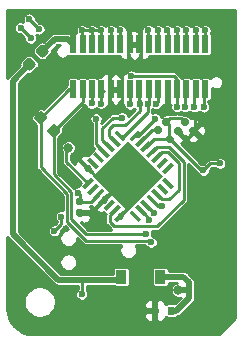
<source format=gbr>
G04 #@! TF.GenerationSoftware,KiCad,Pcbnew,(5.1.6)-1*
G04 #@! TF.CreationDate,2020-12-13T19:15:46+01:00*
G04 #@! TF.ProjectId,ACM-pcb,41434d2d-7063-4622-9e6b-696361645f70,rev?*
G04 #@! TF.SameCoordinates,Original*
G04 #@! TF.FileFunction,Copper,L2,Bot*
G04 #@! TF.FilePolarity,Positive*
%FSLAX46Y46*%
G04 Gerber Fmt 4.6, Leading zero omitted, Abs format (unit mm)*
G04 Created by KiCad (PCBNEW (5.1.6)-1) date 2020-12-13 19:15:46*
%MOMM*%
%LPD*%
G01*
G04 APERTURE LIST*
G04 #@! TA.AperFunction,SMDPad,CuDef*
%ADD10C,0.100000*%
G04 #@! TD*
G04 #@! TA.AperFunction,SMDPad,CuDef*
%ADD11R,0.900000X1.200000*%
G04 #@! TD*
G04 #@! TA.AperFunction,SMDPad,CuDef*
%ADD12R,0.550000X1.500000*%
G04 #@! TD*
G04 #@! TA.AperFunction,SMDPad,CuDef*
%ADD13R,0.600000X0.700000*%
G04 #@! TD*
G04 #@! TA.AperFunction,ViaPad*
%ADD14C,0.600000*%
G04 #@! TD*
G04 #@! TA.AperFunction,ViaPad*
%ADD15C,0.800000*%
G04 #@! TD*
G04 #@! TA.AperFunction,Conductor*
%ADD16C,0.254000*%
G04 #@! TD*
G04 #@! TA.AperFunction,Conductor*
%ADD17C,0.508000*%
G04 #@! TD*
G04 #@! TA.AperFunction,Conductor*
%ADD18C,0.127000*%
G04 #@! TD*
G04 APERTURE END LIST*
G04 #@! TA.AperFunction,SMDPad,CuDef*
D10*
G36*
X74588171Y-74666600D02*
G01*
X73845709Y-75409062D01*
X73598221Y-75161574D01*
X74340683Y-74419112D01*
X74588171Y-74666600D01*
G37*
G04 #@! TD.AperFunction*
G04 #@! TA.AperFunction,SMDPad,CuDef*
G36*
X75047791Y-75126220D02*
G01*
X74305329Y-75868682D01*
X74057841Y-75621194D01*
X74800303Y-74878732D01*
X75047791Y-75126220D01*
G37*
G04 #@! TD.AperFunction*
G04 #@! TA.AperFunction,SMDPad,CuDef*
G36*
X75507410Y-75585839D02*
G01*
X74764948Y-76328301D01*
X74517460Y-76080813D01*
X75259922Y-75338351D01*
X75507410Y-75585839D01*
G37*
G04 #@! TD.AperFunction*
G04 #@! TA.AperFunction,SMDPad,CuDef*
G36*
X75967029Y-76045459D02*
G01*
X75224567Y-76787921D01*
X74977079Y-76540433D01*
X75719541Y-75797971D01*
X75967029Y-76045459D01*
G37*
G04 #@! TD.AperFunction*
G04 #@! TA.AperFunction,SMDPad,CuDef*
G36*
X76426649Y-76505078D02*
G01*
X75684187Y-77247540D01*
X75436699Y-77000052D01*
X76179161Y-76257590D01*
X76426649Y-76505078D01*
G37*
G04 #@! TD.AperFunction*
G04 #@! TA.AperFunction,SMDPad,CuDef*
G36*
X76886268Y-76964697D02*
G01*
X76143806Y-77707159D01*
X75896318Y-77459671D01*
X76638780Y-76717209D01*
X76886268Y-76964697D01*
G37*
G04 #@! TD.AperFunction*
G04 #@! TA.AperFunction,SMDPad,CuDef*
G36*
X77345888Y-77424317D02*
G01*
X76603426Y-78166779D01*
X76355938Y-77919291D01*
X77098400Y-77176829D01*
X77345888Y-77424317D01*
G37*
G04 #@! TD.AperFunction*
G04 #@! TA.AperFunction,SMDPad,CuDef*
G36*
X76603426Y-78449621D02*
G01*
X77345888Y-79192083D01*
X77098400Y-79439571D01*
X76355938Y-78697109D01*
X76603426Y-78449621D01*
G37*
G04 #@! TD.AperFunction*
G04 #@! TA.AperFunction,SMDPad,CuDef*
G36*
X76143806Y-78909241D02*
G01*
X76886268Y-79651703D01*
X76638780Y-79899191D01*
X75896318Y-79156729D01*
X76143806Y-78909241D01*
G37*
G04 #@! TD.AperFunction*
G04 #@! TA.AperFunction,SMDPad,CuDef*
G36*
X75684187Y-79368860D02*
G01*
X76426649Y-80111322D01*
X76179161Y-80358810D01*
X75436699Y-79616348D01*
X75684187Y-79368860D01*
G37*
G04 #@! TD.AperFunction*
G04 #@! TA.AperFunction,SMDPad,CuDef*
G36*
X75224567Y-79828479D02*
G01*
X75967029Y-80570941D01*
X75719541Y-80818429D01*
X74977079Y-80075967D01*
X75224567Y-79828479D01*
G37*
G04 #@! TD.AperFunction*
G04 #@! TA.AperFunction,SMDPad,CuDef*
G36*
X74764948Y-80288099D02*
G01*
X75507410Y-81030561D01*
X75259922Y-81278049D01*
X74517460Y-80535587D01*
X74764948Y-80288099D01*
G37*
G04 #@! TD.AperFunction*
G04 #@! TA.AperFunction,SMDPad,CuDef*
G36*
X74305329Y-80747718D02*
G01*
X75047791Y-81490180D01*
X74800303Y-81737668D01*
X74057841Y-80995206D01*
X74305329Y-80747718D01*
G37*
G04 #@! TD.AperFunction*
G04 #@! TA.AperFunction,SMDPad,CuDef*
G36*
X73845709Y-81207338D02*
G01*
X74588171Y-81949800D01*
X74340683Y-82197288D01*
X73598221Y-81454826D01*
X73845709Y-81207338D01*
G37*
G04 #@! TD.AperFunction*
G04 #@! TA.AperFunction,SMDPad,CuDef*
G36*
X73315379Y-81454826D02*
G01*
X72572917Y-82197288D01*
X72325429Y-81949800D01*
X73067891Y-81207338D01*
X73315379Y-81454826D01*
G37*
G04 #@! TD.AperFunction*
G04 #@! TA.AperFunction,SMDPad,CuDef*
G36*
X72855759Y-80995206D02*
G01*
X72113297Y-81737668D01*
X71865809Y-81490180D01*
X72608271Y-80747718D01*
X72855759Y-80995206D01*
G37*
G04 #@! TD.AperFunction*
G04 #@! TA.AperFunction,SMDPad,CuDef*
G36*
X72396140Y-80535587D02*
G01*
X71653678Y-81278049D01*
X71406190Y-81030561D01*
X72148652Y-80288099D01*
X72396140Y-80535587D01*
G37*
G04 #@! TD.AperFunction*
G04 #@! TA.AperFunction,SMDPad,CuDef*
G36*
X71936521Y-80075967D02*
G01*
X71194059Y-80818429D01*
X70946571Y-80570941D01*
X71689033Y-79828479D01*
X71936521Y-80075967D01*
G37*
G04 #@! TD.AperFunction*
G04 #@! TA.AperFunction,SMDPad,CuDef*
G36*
X71476901Y-79616348D02*
G01*
X70734439Y-80358810D01*
X70486951Y-80111322D01*
X71229413Y-79368860D01*
X71476901Y-79616348D01*
G37*
G04 #@! TD.AperFunction*
G04 #@! TA.AperFunction,SMDPad,CuDef*
G36*
X71017282Y-79156729D02*
G01*
X70274820Y-79899191D01*
X70027332Y-79651703D01*
X70769794Y-78909241D01*
X71017282Y-79156729D01*
G37*
G04 #@! TD.AperFunction*
G04 #@! TA.AperFunction,SMDPad,CuDef*
G36*
X70557662Y-78697109D02*
G01*
X69815200Y-79439571D01*
X69567712Y-79192083D01*
X70310174Y-78449621D01*
X70557662Y-78697109D01*
G37*
G04 #@! TD.AperFunction*
G04 #@! TA.AperFunction,SMDPad,CuDef*
G36*
X69815200Y-77176829D02*
G01*
X70557662Y-77919291D01*
X70310174Y-78166779D01*
X69567712Y-77424317D01*
X69815200Y-77176829D01*
G37*
G04 #@! TD.AperFunction*
G04 #@! TA.AperFunction,SMDPad,CuDef*
G36*
X70274820Y-76717209D02*
G01*
X71017282Y-77459671D01*
X70769794Y-77707159D01*
X70027332Y-76964697D01*
X70274820Y-76717209D01*
G37*
G04 #@! TD.AperFunction*
G04 #@! TA.AperFunction,SMDPad,CuDef*
G36*
X70734439Y-76257590D02*
G01*
X71476901Y-77000052D01*
X71229413Y-77247540D01*
X70486951Y-76505078D01*
X70734439Y-76257590D01*
G37*
G04 #@! TD.AperFunction*
G04 #@! TA.AperFunction,SMDPad,CuDef*
G36*
X71194059Y-75797971D02*
G01*
X71936521Y-76540433D01*
X71689033Y-76787921D01*
X70946571Y-76045459D01*
X71194059Y-75797971D01*
G37*
G04 #@! TD.AperFunction*
G04 #@! TA.AperFunction,SMDPad,CuDef*
G36*
X71653678Y-75338351D02*
G01*
X72396140Y-76080813D01*
X72148652Y-76328301D01*
X71406190Y-75585839D01*
X71653678Y-75338351D01*
G37*
G04 #@! TD.AperFunction*
G04 #@! TA.AperFunction,SMDPad,CuDef*
G36*
X72113297Y-74878732D02*
G01*
X72855759Y-75621194D01*
X72608271Y-75868682D01*
X71865809Y-75126220D01*
X72113297Y-74878732D01*
G37*
G04 #@! TD.AperFunction*
G04 #@! TA.AperFunction,SMDPad,CuDef*
G36*
X72572917Y-74419112D02*
G01*
X73315379Y-75161574D01*
X73067891Y-75409062D01*
X72325429Y-74666600D01*
X72572917Y-74419112D01*
G37*
G04 #@! TD.AperFunction*
G04 #@! TA.AperFunction,SMDPad,CuDef*
G36*
X73456800Y-75338352D02*
G01*
X76426648Y-78308200D01*
X73456800Y-81278048D01*
X70486952Y-78308200D01*
X73456800Y-75338352D01*
G37*
G04 #@! TD.AperFunction*
D11*
X76199000Y-86868000D03*
X72899000Y-86868000D03*
G04 #@! TA.AperFunction,SMDPad,CuDef*
G36*
G01*
X69194900Y-80195200D02*
X69539900Y-80195200D01*
G75*
G02*
X69687400Y-80342700I0J-147500D01*
G01*
X69687400Y-80637700D01*
G75*
G02*
X69539900Y-80785200I-147500J0D01*
G01*
X69194900Y-80785200D01*
G75*
G02*
X69047400Y-80637700I0J147500D01*
G01*
X69047400Y-80342700D01*
G75*
G02*
X69194900Y-80195200I147500J0D01*
G01*
G37*
G04 #@! TD.AperFunction*
G04 #@! TA.AperFunction,SMDPad,CuDef*
G36*
G01*
X69194900Y-81165200D02*
X69539900Y-81165200D01*
G75*
G02*
X69687400Y-81312700I0J-147500D01*
G01*
X69687400Y-81607700D01*
G75*
G02*
X69539900Y-81755200I-147500J0D01*
G01*
X69194900Y-81755200D01*
G75*
G02*
X69047400Y-81607700I0J147500D01*
G01*
X69047400Y-81312700D01*
G75*
G02*
X69194900Y-81165200I147500J0D01*
G01*
G37*
G04 #@! TD.AperFunction*
G04 #@! TA.AperFunction,SMDPad,CuDef*
G36*
G01*
X67671602Y-74624410D02*
X67309210Y-74986803D01*
G75*
G02*
X66999850Y-74986803I-154680J154680D01*
G01*
X66690491Y-74677444D01*
G75*
G02*
X66690491Y-74368084I154680J154680D01*
G01*
X67052884Y-74005691D01*
G75*
G02*
X67362244Y-74005691I154680J-154680D01*
G01*
X67671603Y-74315050D01*
G75*
G02*
X67671603Y-74624410I-154680J-154680D01*
G01*
G37*
G04 #@! TD.AperFunction*
G04 #@! TA.AperFunction,SMDPad,CuDef*
G36*
G01*
X66557908Y-73510716D02*
X66195516Y-73873109D01*
G75*
G02*
X65886156Y-73873109I-154680J154680D01*
G01*
X65576797Y-73563750D01*
G75*
G02*
X65576797Y-73254390I154680J154680D01*
G01*
X65939190Y-72891997D01*
G75*
G02*
X66248550Y-72891997I154680J-154680D01*
G01*
X66557909Y-73201356D01*
G75*
G02*
X66557909Y-73510716I-154680J-154680D01*
G01*
G37*
G04 #@! TD.AperFunction*
D12*
X80022000Y-70988000D03*
X80022000Y-67188000D03*
X79222000Y-70988000D03*
X79222000Y-67188000D03*
X78422000Y-70988000D03*
X78422000Y-67188000D03*
X77622000Y-70988000D03*
X77622000Y-67188000D03*
X76822000Y-70988000D03*
X76822000Y-67188000D03*
X76022000Y-70988000D03*
X76022000Y-67188000D03*
X75222000Y-70988000D03*
X75222000Y-67188000D03*
X74422000Y-70988000D03*
X74422000Y-67188000D03*
X73622000Y-70988000D03*
X73622000Y-67188000D03*
X72822000Y-70988000D03*
X72822000Y-67188000D03*
X72022000Y-70988000D03*
X72022000Y-67188000D03*
X71222000Y-70988000D03*
X71222000Y-67188000D03*
X70422000Y-70988000D03*
X70422000Y-67188000D03*
X69622000Y-70988000D03*
X69622000Y-67188000D03*
X68822000Y-70988000D03*
X68822000Y-67188000D03*
D13*
X77150000Y-89725000D03*
X75750000Y-89725000D03*
G04 #@! TA.AperFunction,SMDPad,CuDef*
G36*
G01*
X66078684Y-68233708D02*
X65716291Y-67871316D01*
G75*
G02*
X65716291Y-67561956I154680J154680D01*
G01*
X66025650Y-67252597D01*
G75*
G02*
X66335010Y-67252597I154680J-154680D01*
G01*
X66697403Y-67614990D01*
G75*
G02*
X66697403Y-67924350I-154680J-154680D01*
G01*
X66388044Y-68233709D01*
G75*
G02*
X66078684Y-68233709I-154680J154680D01*
G01*
G37*
G04 #@! TD.AperFunction*
G04 #@! TA.AperFunction,SMDPad,CuDef*
G36*
G01*
X64964990Y-69347402D02*
X64602597Y-68985010D01*
G75*
G02*
X64602597Y-68675650I154680J154680D01*
G01*
X64911956Y-68366291D01*
G75*
G02*
X65221316Y-68366291I154680J-154680D01*
G01*
X65583709Y-68728684D01*
G75*
G02*
X65583709Y-69038044I-154680J-154680D01*
G01*
X65274350Y-69347403D01*
G75*
G02*
X64964990Y-69347403I-154680J154680D01*
G01*
G37*
G04 #@! TD.AperFunction*
G04 #@! TA.AperFunction,SMDPad,CuDef*
G36*
G01*
X76951579Y-75539972D02*
X76707628Y-75296020D01*
G75*
G02*
X76707628Y-75087424I104298J104298D01*
G01*
X76916224Y-74878828D01*
G75*
G02*
X77124820Y-74878828I104298J-104298D01*
G01*
X77368772Y-75122780D01*
G75*
G02*
X77368772Y-75331376I-104298J-104298D01*
G01*
X77160176Y-75539972D01*
G75*
G02*
X76951580Y-75539972I-104298J104298D01*
G01*
G37*
G04 #@! TD.AperFunction*
G04 #@! TA.AperFunction,SMDPad,CuDef*
G36*
G01*
X77637473Y-74854078D02*
X77393522Y-74610126D01*
G75*
G02*
X77393522Y-74401530I104298J104298D01*
G01*
X77602118Y-74192934D01*
G75*
G02*
X77810714Y-74192934I104298J-104298D01*
G01*
X78054666Y-74436886D01*
G75*
G02*
X78054666Y-74645482I-104298J-104298D01*
G01*
X77846070Y-74854078D01*
G75*
G02*
X77637474Y-74854078I-104298J104298D01*
G01*
G37*
G04 #@! TD.AperFunction*
G04 #@! TA.AperFunction,SMDPad,CuDef*
G36*
G01*
X77977628Y-73700379D02*
X78221580Y-73456428D01*
G75*
G02*
X78430176Y-73456428I104298J-104298D01*
G01*
X78638772Y-73665024D01*
G75*
G02*
X78638772Y-73873620I-104298J-104298D01*
G01*
X78394820Y-74117572D01*
G75*
G02*
X78186224Y-74117572I-104298J104298D01*
G01*
X77977628Y-73908976D01*
G75*
G02*
X77977628Y-73700380I104298J104298D01*
G01*
G37*
G04 #@! TD.AperFunction*
G04 #@! TA.AperFunction,SMDPad,CuDef*
G36*
G01*
X78663522Y-74386273D02*
X78907474Y-74142322D01*
G75*
G02*
X79116070Y-74142322I104298J-104298D01*
G01*
X79324666Y-74350918D01*
G75*
G02*
X79324666Y-74559514I-104298J-104298D01*
G01*
X79080714Y-74803466D01*
G75*
G02*
X78872118Y-74803466I-104298J104298D01*
G01*
X78663522Y-74594870D01*
G75*
G02*
X78663522Y-74386274I104298J104298D01*
G01*
G37*
G04 #@! TD.AperFunction*
G04 #@! TA.AperFunction,SMDPad,CuDef*
G36*
G01*
X75935579Y-74752572D02*
X75691628Y-74508620D01*
G75*
G02*
X75691628Y-74300024I104298J104298D01*
G01*
X75900224Y-74091428D01*
G75*
G02*
X76108820Y-74091428I104298J-104298D01*
G01*
X76352772Y-74335380D01*
G75*
G02*
X76352772Y-74543976I-104298J-104298D01*
G01*
X76144176Y-74752572D01*
G75*
G02*
X75935580Y-74752572I-104298J104298D01*
G01*
G37*
G04 #@! TD.AperFunction*
G04 #@! TA.AperFunction,SMDPad,CuDef*
G36*
G01*
X76621473Y-74066678D02*
X76377522Y-73822726D01*
G75*
G02*
X76377522Y-73614130I104298J104298D01*
G01*
X76586118Y-73405534D01*
G75*
G02*
X76794714Y-73405534I104298J-104298D01*
G01*
X77038666Y-73649486D01*
G75*
G02*
X77038666Y-73858082I-104298J-104298D01*
G01*
X76830070Y-74066678D01*
G75*
G02*
X76621474Y-74066678I-104298J104298D01*
G01*
G37*
G04 #@! TD.AperFunction*
D14*
X73600000Y-66000000D03*
X74400000Y-66000000D03*
X72775000Y-69450000D03*
X68950000Y-69075000D03*
X69675000Y-86100000D03*
X78130400Y-81737192D03*
X76581000Y-83540600D03*
X76400000Y-84840900D03*
X81280000Y-89916000D03*
X77343000Y-84201000D03*
X66040000Y-81661000D03*
X66675000Y-84650000D03*
X64325000Y-67450000D03*
X76800000Y-66000000D03*
X74464799Y-72264808D03*
X75868189Y-72218370D03*
X72974200Y-73380600D03*
X71200000Y-66000000D03*
X69600000Y-66000000D03*
X65225002Y-66675000D03*
X65950002Y-65900000D03*
X65100000Y-65025000D03*
X64375000Y-65775000D03*
X70400000Y-66000000D03*
X76377800Y-80848200D03*
X67233800Y-82981800D03*
X69260941Y-79757258D03*
X67810090Y-81762600D03*
X79857600Y-77851000D03*
X81254600Y-77266800D03*
X75160110Y-72239899D03*
X75773503Y-73466914D03*
X70764400Y-73482200D03*
D15*
X68427600Y-75920600D03*
D14*
X70385196Y-72185196D03*
X73634600Y-72262998D03*
X77600000Y-66000000D03*
X76000000Y-66000000D03*
X75200000Y-66000000D03*
X72800000Y-66000000D03*
X72000000Y-66000000D03*
X80000000Y-66000000D03*
X79200000Y-66000000D03*
X78400000Y-66000000D03*
X73758098Y-69849098D03*
X77600042Y-72500000D03*
X71200000Y-72200000D03*
X79900000Y-72500000D03*
X79100000Y-72500000D03*
D15*
X77724000Y-88011000D03*
D14*
X78288917Y-72493330D03*
X75260200Y-82067400D03*
X74980800Y-83261200D03*
X75692000Y-81483200D03*
X75438000Y-83947000D03*
X69550000Y-88350000D03*
D16*
X74400000Y-67166000D02*
X74422000Y-67188000D01*
X74400000Y-66000000D02*
X74400000Y-67166000D01*
X73600000Y-67166000D02*
X73622000Y-67188000D01*
X73600000Y-66000000D02*
X73600000Y-67166000D01*
X74422000Y-67188000D02*
X73622000Y-67188000D01*
X74400000Y-66000000D02*
X73600000Y-66000000D01*
X76800000Y-71010000D02*
X76822000Y-70988000D01*
X73456800Y-81065917D02*
X73456800Y-78308200D01*
X72820404Y-81702313D02*
X73456800Y-81065917D01*
X70688200Y-78308200D02*
X73456800Y-78308200D01*
X70062687Y-77671804D02*
X70062687Y-77682687D01*
X70062687Y-77682687D02*
X70688200Y-78308200D01*
X78994094Y-74447400D02*
X78994094Y-74472894D01*
X76822000Y-70988000D02*
X76822000Y-72485492D01*
X77361508Y-73025000D02*
X78790800Y-73025000D01*
X78790800Y-73025000D02*
X79171800Y-73406000D01*
X79171800Y-73406000D02*
X79171800Y-74269694D01*
X76822000Y-72485492D02*
X77361508Y-73025000D01*
X79171800Y-74269694D02*
X78994094Y-74447400D01*
X76822000Y-66022000D02*
X76800000Y-66000000D01*
X76822000Y-67188000D02*
X76822000Y-66022000D01*
X74464799Y-71907799D02*
X74464799Y-72264808D01*
X74422000Y-71865000D02*
X74464799Y-71907799D01*
X74422000Y-70988000D02*
X74422000Y-71865000D01*
X74464799Y-72829801D02*
X74464799Y-72264808D01*
X73253600Y-74041000D02*
X74464799Y-72829801D01*
X72360784Y-75373707D02*
X72352693Y-75373707D01*
X72339200Y-75387200D02*
X71882000Y-74930000D01*
X72352693Y-75373707D02*
X72339200Y-75387200D01*
X71882000Y-74930000D02*
X71882000Y-74345800D01*
X71882000Y-74345800D02*
X72186800Y-74041000D01*
X72186800Y-74041000D02*
X73253600Y-74041000D01*
X76022000Y-70988000D02*
X76022000Y-72064559D01*
X76022000Y-72064559D02*
X75868189Y-72218370D01*
X72186800Y-73380600D02*
X72974200Y-73380600D01*
X71297800Y-74269600D02*
X72186800Y-73380600D01*
X71297800Y-75260200D02*
X71297800Y-74269600D01*
X71901165Y-75833326D02*
X71870926Y-75833326D01*
X71870926Y-75833326D02*
X71297800Y-75260200D01*
X71200000Y-67166000D02*
X71222000Y-67188000D01*
X69600000Y-67166000D02*
X69622000Y-67188000D01*
X69600000Y-66000000D02*
X69600000Y-67166000D01*
X65100000Y-65049998D02*
X65100000Y-65025000D01*
X65950002Y-65900000D02*
X65100000Y-65049998D01*
X65225002Y-66675000D02*
X64375000Y-65824998D01*
X64375000Y-65824998D02*
X64375000Y-65775000D01*
X70400000Y-67166000D02*
X70422000Y-67188000D01*
X70400000Y-66000000D02*
X70400000Y-67166000D01*
X71222000Y-66022000D02*
X71200000Y-66000000D01*
X71222000Y-67188000D02*
X71222000Y-66022000D01*
X71200000Y-66000000D02*
X70400000Y-66000000D01*
X70400000Y-66000000D02*
X69600000Y-66000000D01*
X75472054Y-80323454D02*
X75996800Y-80848200D01*
X75996800Y-80848200D02*
X76377800Y-80848200D01*
X70355561Y-80490200D02*
X69367400Y-80490200D01*
X70981926Y-79863835D02*
X70355561Y-80490200D01*
X77012800Y-73431400D02*
X76708094Y-73736106D01*
X78308200Y-73787000D02*
X77952600Y-73431400D01*
X77952600Y-73431400D02*
X77012800Y-73431400D01*
X67810090Y-82186864D02*
X67810090Y-81762600D01*
X69367400Y-80490200D02*
X69367400Y-79863717D01*
X69367400Y-79863717D02*
X69260941Y-79757258D01*
X67810090Y-82405510D02*
X67810090Y-82186864D01*
X67233800Y-82981800D02*
X67810090Y-82405510D01*
X81254600Y-77266800D02*
X80441800Y-77266800D01*
X80441800Y-77266800D02*
X79857600Y-77851000D01*
X76936600Y-75107800D02*
X77038200Y-75209400D01*
X76708094Y-73736106D02*
X76936600Y-73964612D01*
X76936600Y-73964612D02*
X76936600Y-75107800D01*
X75636361Y-75209400D02*
X75012435Y-75833326D01*
X77038200Y-75209400D02*
X75636361Y-75209400D01*
X79679800Y-77851000D02*
X79857600Y-77851000D01*
X77038200Y-75209400D02*
X79679800Y-77851000D01*
X75222000Y-72178009D02*
X75160110Y-72239899D01*
X75222000Y-70988000D02*
X75222000Y-72178009D01*
X75160110Y-72664163D02*
X75160110Y-72239899D01*
X75160110Y-72896490D02*
X75160110Y-72664163D01*
X72820404Y-74914087D02*
X73142513Y-74914087D01*
X73142513Y-74914087D02*
X75160110Y-72896490D01*
X74093196Y-74914087D02*
X74326330Y-74914087D01*
X74326330Y-74914087D02*
X75773503Y-73466914D01*
X70764400Y-75615800D02*
X70764400Y-73906464D01*
X71441546Y-76292946D02*
X70764400Y-75615800D01*
X70764400Y-73906464D02*
X70764400Y-73482200D01*
X68800000Y-67166000D02*
X68822000Y-67188000D01*
D17*
X67275000Y-66725000D02*
X66225000Y-67775000D01*
X68822000Y-67188000D02*
X68359000Y-66725000D01*
X68359000Y-66725000D02*
X67275000Y-66725000D01*
D16*
X68224400Y-76123800D02*
X68427600Y-75920600D01*
X70062687Y-78944596D02*
X68224400Y-77106309D01*
X68224400Y-77106309D02*
X68224400Y-76123800D01*
X70422000Y-70988000D02*
X70422000Y-72148392D01*
X70422000Y-72148392D02*
X70385196Y-72185196D01*
X73622000Y-70988000D02*
X73622000Y-72250398D01*
X73622000Y-72250398D02*
X73634600Y-72262998D01*
X77622000Y-66022000D02*
X77600000Y-66000000D01*
X77622000Y-67188000D02*
X77622000Y-66022000D01*
X76022000Y-66022000D02*
X76000000Y-66000000D01*
X76022000Y-67188000D02*
X76022000Y-66022000D01*
X75200000Y-67166000D02*
X75222000Y-67188000D01*
X75200000Y-66000000D02*
X75200000Y-67166000D01*
X72822000Y-66022000D02*
X72800000Y-66000000D01*
X72822000Y-67188000D02*
X72822000Y-66022000D01*
X72022000Y-66022000D02*
X72000000Y-66000000D01*
X72022000Y-67188000D02*
X72022000Y-66022000D01*
X80000000Y-67166000D02*
X80022000Y-67188000D01*
X80000000Y-66000000D02*
X80000000Y-67166000D01*
X79200000Y-67166000D02*
X79222000Y-67188000D01*
X79200000Y-66000000D02*
X79200000Y-67166000D01*
X78422000Y-66022000D02*
X78400000Y-66000000D01*
X78422000Y-67188000D02*
X78422000Y-66022000D01*
X77700000Y-71066000D02*
X77622000Y-70988000D01*
X74182362Y-69849098D02*
X74191460Y-69840000D01*
X73758098Y-69849098D02*
X74182362Y-69849098D01*
X77622000Y-70111000D02*
X77622000Y-70988000D01*
X77351000Y-69840000D02*
X77622000Y-70111000D01*
X74191460Y-69840000D02*
X77351000Y-69840000D01*
X77550000Y-71060000D02*
X77622000Y-70988000D01*
X77622000Y-72478042D02*
X77600042Y-72500000D01*
X77622000Y-70988000D02*
X77622000Y-72478042D01*
X71400000Y-71166000D02*
X71222000Y-70988000D01*
X71222000Y-72178000D02*
X71200000Y-72200000D01*
X71222000Y-70988000D02*
X71222000Y-72178000D01*
X80000000Y-71010000D02*
X80022000Y-70988000D01*
X79900000Y-71110000D02*
X79900000Y-72500000D01*
X80022000Y-70988000D02*
X79900000Y-71110000D01*
X79200000Y-71010000D02*
X79222000Y-70988000D01*
X79222000Y-70988000D02*
X79222000Y-71532000D01*
X79100000Y-71110000D02*
X79100000Y-72500000D01*
X79222000Y-70988000D02*
X79100000Y-71110000D01*
X77844000Y-88018000D02*
X77724000Y-88138000D01*
D17*
X78620000Y-88018000D02*
X77844000Y-88018000D01*
X77575000Y-89725000D02*
X77200000Y-89725000D01*
X78620000Y-88018000D02*
X78620000Y-88680000D01*
X78620000Y-88680000D02*
X77575000Y-89725000D01*
X78620000Y-87320000D02*
X78620000Y-88018000D01*
X78150000Y-86850000D02*
X78620000Y-87320000D01*
X76217000Y-86850000D02*
X76199000Y-86868000D01*
X78150000Y-86850000D02*
X76217000Y-86850000D01*
D16*
X78275000Y-72479413D02*
X78288917Y-72493330D01*
X78422000Y-70988000D02*
X78275000Y-71135000D01*
X78275000Y-71135000D02*
X78275000Y-72479413D01*
X69593794Y-71016206D02*
X69622000Y-70988000D01*
X69622000Y-72055294D02*
X69622000Y-70988000D01*
X67181047Y-74496247D02*
X69622000Y-72055294D01*
X75260200Y-81950077D02*
X75260200Y-82067400D01*
X74552816Y-81242693D02*
X75260200Y-81950077D01*
X74556536Y-83261200D02*
X74980800Y-83261200D01*
X68675000Y-79696251D02*
X68675000Y-81984600D01*
X67181047Y-74496247D02*
X67181047Y-78202298D01*
X67181047Y-78202298D02*
X68675000Y-79696251D01*
X69951600Y-83261200D02*
X74556536Y-83261200D01*
X68675000Y-81984600D02*
X69951600Y-83261200D01*
X68461906Y-70988000D02*
X68822000Y-70988000D01*
X66067353Y-73382553D02*
X68461906Y-70988000D01*
X75012435Y-80783074D02*
X75012435Y-80803635D01*
X75012435Y-80803635D02*
X75692000Y-81483200D01*
X75316000Y-83825000D02*
X75438000Y-83947000D01*
X68332089Y-82225889D02*
X69931200Y-83825000D01*
X66067353Y-73382553D02*
X66067353Y-77573553D01*
X68332089Y-79838289D02*
X68332089Y-82225889D01*
X66067353Y-77573553D02*
X68332089Y-79838289D01*
X69931200Y-83825000D02*
X75316000Y-83825000D01*
X75504523Y-74422000D02*
X74552816Y-75373707D01*
X76022200Y-74422000D02*
X75504523Y-74422000D01*
X75946000Y-82600800D02*
X78206600Y-80340200D01*
X72360784Y-81242693D02*
X71918843Y-81684634D01*
X72288400Y-82600800D02*
X75946000Y-82600800D01*
X78206600Y-77116748D02*
X76940857Y-75851005D01*
X76940857Y-75851005D02*
X75913995Y-75851005D01*
X78206600Y-80340200D02*
X78206600Y-77116748D01*
X75913995Y-75851005D02*
X75472054Y-76292946D01*
X71918843Y-82231243D02*
X72288400Y-82600800D01*
X71918843Y-81684634D02*
X71918843Y-82231243D01*
D18*
X76099874Y-79955635D02*
X76099874Y-79960674D01*
X76099874Y-79960674D02*
X76282601Y-80143401D01*
D16*
X75931674Y-76752565D02*
X76373615Y-76310624D01*
X76869424Y-76310624D02*
X77774800Y-77216000D01*
X76373615Y-80305776D02*
X75931674Y-79863835D01*
X77774800Y-77216000D02*
X77774800Y-79502000D01*
X77774800Y-79502000D02*
X76971024Y-80305776D01*
X76373615Y-76310624D02*
X76869424Y-76310624D01*
X76971024Y-80305776D02*
X76373615Y-80305776D01*
X69578000Y-88322000D02*
X69550000Y-88350000D01*
X69578000Y-87122000D02*
X69578000Y-88322000D01*
D17*
X72645000Y-87122000D02*
X72899000Y-86868000D01*
X69578000Y-87122000D02*
X72645000Y-87122000D01*
X67564000Y-87122000D02*
X69578000Y-87122000D01*
X63700000Y-83258000D02*
X67564000Y-87122000D01*
X65100000Y-68875000D02*
X63700000Y-70275000D01*
X63700000Y-70275000D02*
X63700000Y-83258000D01*
D16*
G36*
X82530084Y-90377010D02*
G01*
X81197282Y-91709813D01*
X65316969Y-91733621D01*
X64894687Y-91674156D01*
X64499171Y-91536301D01*
X64137964Y-91324250D01*
X63824823Y-91046078D01*
X63571678Y-90712382D01*
X63388168Y-90335870D01*
X63279715Y-89924936D01*
X63255756Y-89700454D01*
X63255537Y-88866643D01*
X64646000Y-88866643D01*
X64646000Y-89133357D01*
X64698034Y-89394947D01*
X64800101Y-89641359D01*
X64948280Y-89863124D01*
X65136876Y-90051720D01*
X65358641Y-90199899D01*
X65605053Y-90301966D01*
X65866643Y-90354000D01*
X66133357Y-90354000D01*
X66394947Y-90301966D01*
X66641359Y-90199899D01*
X66828283Y-90075000D01*
X74811928Y-90075000D01*
X74824188Y-90199482D01*
X74860498Y-90319180D01*
X74919463Y-90429494D01*
X74998815Y-90526185D01*
X75095506Y-90605537D01*
X75205820Y-90664502D01*
X75325518Y-90700812D01*
X75450000Y-90713072D01*
X75464250Y-90710000D01*
X75623000Y-90551250D01*
X75623000Y-89852000D01*
X74973750Y-89852000D01*
X74815000Y-90010750D01*
X74811928Y-90075000D01*
X66828283Y-90075000D01*
X66863124Y-90051720D01*
X67051720Y-89863124D01*
X67199899Y-89641359D01*
X67301966Y-89394947D01*
X67305933Y-89375000D01*
X74811928Y-89375000D01*
X74815000Y-89439250D01*
X74973750Y-89598000D01*
X75623000Y-89598000D01*
X75623000Y-88898750D01*
X75464250Y-88740000D01*
X75450000Y-88736928D01*
X75325518Y-88749188D01*
X75205820Y-88785498D01*
X75095506Y-88844463D01*
X74998815Y-88923815D01*
X74919463Y-89020506D01*
X74860498Y-89130820D01*
X74824188Y-89250518D01*
X74811928Y-89375000D01*
X67305933Y-89375000D01*
X67354000Y-89133357D01*
X67354000Y-88866643D01*
X67301966Y-88605053D01*
X67199899Y-88358641D01*
X67051720Y-88136876D01*
X66863124Y-87948280D01*
X66641359Y-87800101D01*
X66394947Y-87698034D01*
X66133357Y-87646000D01*
X65866643Y-87646000D01*
X65605053Y-87698034D01*
X65358641Y-87800101D01*
X65136876Y-87948280D01*
X64948280Y-88136876D01*
X64800101Y-88358641D01*
X64698034Y-88605053D01*
X64646000Y-88866643D01*
X63255537Y-88866643D01*
X63254126Y-83501474D01*
X63275571Y-83541595D01*
X63306697Y-83579522D01*
X63339053Y-83618948D01*
X63358430Y-83634850D01*
X67187150Y-87463571D01*
X67203052Y-87482948D01*
X67222429Y-87498850D01*
X67280404Y-87546429D01*
X67368601Y-87593571D01*
X67368657Y-87593601D01*
X67464415Y-87622649D01*
X67539053Y-87630000D01*
X67539055Y-87630000D01*
X67563999Y-87632457D01*
X67588943Y-87630000D01*
X69197000Y-87630000D01*
X69197001Y-87919576D01*
X69196845Y-87919680D01*
X69119680Y-87996845D01*
X69059051Y-88087582D01*
X69017289Y-88188404D01*
X68996000Y-88295436D01*
X68996000Y-88404564D01*
X69017289Y-88511596D01*
X69059051Y-88612418D01*
X69119680Y-88703155D01*
X69196845Y-88780320D01*
X69287582Y-88840949D01*
X69388404Y-88882711D01*
X69495436Y-88904000D01*
X69604564Y-88904000D01*
X69711596Y-88882711D01*
X69812418Y-88840949D01*
X69903155Y-88780320D01*
X69980320Y-88703155D01*
X70040949Y-88612418D01*
X70082711Y-88511596D01*
X70104000Y-88404564D01*
X70104000Y-88295436D01*
X70082711Y-88188404D01*
X70040949Y-88087582D01*
X69980320Y-87996845D01*
X69959000Y-87975525D01*
X69959000Y-87630000D01*
X72253366Y-87630000D01*
X72268527Y-87648473D01*
X72307203Y-87680214D01*
X72351328Y-87703800D01*
X72399207Y-87718324D01*
X72449000Y-87723228D01*
X73349000Y-87723228D01*
X73398793Y-87718324D01*
X73446672Y-87703800D01*
X73490797Y-87680214D01*
X73529473Y-87648473D01*
X73561214Y-87609797D01*
X73584800Y-87565672D01*
X73599324Y-87517793D01*
X73604228Y-87468000D01*
X73604228Y-86268000D01*
X75493772Y-86268000D01*
X75493772Y-87468000D01*
X75498676Y-87517793D01*
X75513200Y-87565672D01*
X75536786Y-87609797D01*
X75568527Y-87648473D01*
X75607203Y-87680214D01*
X75651328Y-87703800D01*
X75699207Y-87718324D01*
X75749000Y-87723228D01*
X76649000Y-87723228D01*
X76698793Y-87718324D01*
X76746672Y-87703800D01*
X76790797Y-87680214D01*
X76829473Y-87648473D01*
X76861214Y-87609797D01*
X76884800Y-87565672D01*
X76899324Y-87517793D01*
X76904228Y-87468000D01*
X76904228Y-87358000D01*
X77654560Y-87358000D01*
X77533235Y-87382133D01*
X77414215Y-87431433D01*
X77307100Y-87503005D01*
X77216005Y-87594100D01*
X77144433Y-87701215D01*
X77095133Y-87820235D01*
X77070000Y-87946587D01*
X77070000Y-88075413D01*
X77095133Y-88201765D01*
X77144433Y-88320785D01*
X77216005Y-88427900D01*
X77307100Y-88518995D01*
X77414215Y-88590567D01*
X77533235Y-88639867D01*
X77659587Y-88665000D01*
X77788413Y-88665000D01*
X77914765Y-88639867D01*
X77960767Y-88620812D01*
X77460749Y-89120831D01*
X77450000Y-89119772D01*
X76850000Y-89119772D01*
X76800207Y-89124676D01*
X76752328Y-89139200D01*
X76708203Y-89162786D01*
X76669527Y-89194527D01*
X76661715Y-89204046D01*
X76639502Y-89130820D01*
X76580537Y-89020506D01*
X76501185Y-88923815D01*
X76404494Y-88844463D01*
X76294180Y-88785498D01*
X76174482Y-88749188D01*
X76050000Y-88736928D01*
X76035750Y-88740000D01*
X75877000Y-88898750D01*
X75877000Y-89598000D01*
X75897000Y-89598000D01*
X75897000Y-89852000D01*
X75877000Y-89852000D01*
X75877000Y-90551250D01*
X76035750Y-90710000D01*
X76050000Y-90713072D01*
X76174482Y-90700812D01*
X76294180Y-90664502D01*
X76404494Y-90605537D01*
X76501185Y-90526185D01*
X76580537Y-90429494D01*
X76639502Y-90319180D01*
X76661715Y-90245954D01*
X76669527Y-90255473D01*
X76708203Y-90287214D01*
X76752328Y-90310800D01*
X76800207Y-90325324D01*
X76850000Y-90330228D01*
X77450000Y-90330228D01*
X77499793Y-90325324D01*
X77547672Y-90310800D01*
X77591797Y-90287214D01*
X77630473Y-90255473D01*
X77653223Y-90227753D01*
X77674585Y-90225649D01*
X77770343Y-90196601D01*
X77858595Y-90149429D01*
X77935948Y-90085948D01*
X77951855Y-90066565D01*
X78961571Y-89056850D01*
X78980948Y-89040948D01*
X78999624Y-89018190D01*
X79044429Y-88963596D01*
X79091600Y-88875345D01*
X79102034Y-88840949D01*
X79120649Y-88779585D01*
X79128000Y-88704947D01*
X79128000Y-88704945D01*
X79130457Y-88680001D01*
X79128000Y-88655057D01*
X79128000Y-88042947D01*
X79130457Y-88018000D01*
X79128000Y-87993053D01*
X79128000Y-87344943D01*
X79130457Y-87319999D01*
X79128000Y-87295053D01*
X79120649Y-87220415D01*
X79091601Y-87124657D01*
X79080179Y-87103288D01*
X79044429Y-87036404D01*
X78996850Y-86978429D01*
X78980948Y-86959052D01*
X78961570Y-86943149D01*
X78526855Y-86508434D01*
X78510948Y-86489052D01*
X78433595Y-86425571D01*
X78345343Y-86378399D01*
X78249585Y-86349351D01*
X78174947Y-86342000D01*
X78174944Y-86342000D01*
X78150000Y-86339543D01*
X78125056Y-86342000D01*
X76904228Y-86342000D01*
X76904228Y-86268000D01*
X76899324Y-86218207D01*
X76884800Y-86170328D01*
X76861214Y-86126203D01*
X76829473Y-86087527D01*
X76790797Y-86055786D01*
X76746672Y-86032200D01*
X76698793Y-86017676D01*
X76649000Y-86012772D01*
X75749000Y-86012772D01*
X75699207Y-86017676D01*
X75651328Y-86032200D01*
X75607203Y-86055786D01*
X75568527Y-86087527D01*
X75536786Y-86126203D01*
X75513200Y-86170328D01*
X75498676Y-86218207D01*
X75493772Y-86268000D01*
X73604228Y-86268000D01*
X73599324Y-86218207D01*
X73584800Y-86170328D01*
X73561214Y-86126203D01*
X73529473Y-86087527D01*
X73490797Y-86055786D01*
X73446672Y-86032200D01*
X73398793Y-86017676D01*
X73349000Y-86012772D01*
X72449000Y-86012772D01*
X72399207Y-86017676D01*
X72351328Y-86032200D01*
X72307203Y-86055786D01*
X72268527Y-86087527D01*
X72236786Y-86126203D01*
X72213200Y-86170328D01*
X72198676Y-86218207D01*
X72193772Y-86268000D01*
X72193772Y-86614000D01*
X67774421Y-86614000D01*
X66722621Y-85562200D01*
X67670700Y-85562200D01*
X67670700Y-85709800D01*
X67699495Y-85854563D01*
X67755979Y-85990927D01*
X67837980Y-86113651D01*
X67942349Y-86218020D01*
X68065073Y-86300021D01*
X68201437Y-86356505D01*
X68346200Y-86385300D01*
X68493800Y-86385300D01*
X68638563Y-86356505D01*
X68774927Y-86300021D01*
X68897651Y-86218020D01*
X69002020Y-86113651D01*
X69084021Y-85990927D01*
X69140505Y-85854563D01*
X69169300Y-85709800D01*
X69169300Y-85562200D01*
X69140505Y-85417437D01*
X69084021Y-85281073D01*
X69002020Y-85158349D01*
X68897651Y-85053980D01*
X68774927Y-84971979D01*
X68638563Y-84915495D01*
X68493800Y-84886700D01*
X68346200Y-84886700D01*
X68201437Y-84915495D01*
X68065073Y-84971979D01*
X67942349Y-85053980D01*
X67837980Y-85158349D01*
X67755979Y-85281073D01*
X67699495Y-85417437D01*
X67670700Y-85562200D01*
X66722621Y-85562200D01*
X64208000Y-83047580D01*
X64208000Y-73409070D01*
X65257499Y-73409070D01*
X65266606Y-73501539D01*
X65293578Y-73590454D01*
X65337379Y-73672398D01*
X65396324Y-73744223D01*
X65686353Y-74034252D01*
X65686354Y-77554833D01*
X65684510Y-77573553D01*
X65687260Y-77601468D01*
X65691824Y-77647800D01*
X65691867Y-77648241D01*
X65713652Y-77720060D01*
X65749031Y-77786249D01*
X65776283Y-77819455D01*
X65796643Y-77844264D01*
X65811180Y-77856194D01*
X67951089Y-79996104D01*
X67951090Y-81225792D01*
X67864654Y-81208600D01*
X67755526Y-81208600D01*
X67648494Y-81229889D01*
X67547672Y-81271651D01*
X67456935Y-81332280D01*
X67379770Y-81409445D01*
X67319141Y-81500182D01*
X67277379Y-81601004D01*
X67256090Y-81708036D01*
X67256090Y-81817164D01*
X67277379Y-81924196D01*
X67319141Y-82025018D01*
X67379770Y-82115755D01*
X67429090Y-82165075D01*
X67429090Y-82247695D01*
X67248986Y-82427800D01*
X67179236Y-82427800D01*
X67072204Y-82449089D01*
X66971382Y-82490851D01*
X66880645Y-82551480D01*
X66803480Y-82628645D01*
X66742851Y-82719382D01*
X66701089Y-82820204D01*
X66679800Y-82927236D01*
X66679800Y-83036364D01*
X66701089Y-83143396D01*
X66742851Y-83244218D01*
X66803480Y-83334955D01*
X66880645Y-83412120D01*
X66971382Y-83472749D01*
X67072204Y-83514511D01*
X67179236Y-83535800D01*
X67288364Y-83535800D01*
X67395396Y-83514511D01*
X67496218Y-83472749D01*
X67586955Y-83412120D01*
X67664120Y-83334955D01*
X67724749Y-83244218D01*
X67766511Y-83143396D01*
X67787800Y-83036364D01*
X67787800Y-82966614D01*
X68066265Y-82688150D01*
X68080801Y-82676221D01*
X68110614Y-82639893D01*
X68128412Y-82618207D01*
X68148330Y-82580944D01*
X68422086Y-82854700D01*
X68346200Y-82854700D01*
X68201437Y-82883495D01*
X68065073Y-82939979D01*
X67942349Y-83021980D01*
X67837980Y-83126349D01*
X67755979Y-83249073D01*
X67699495Y-83385437D01*
X67670700Y-83530200D01*
X67670700Y-83677800D01*
X67699495Y-83822563D01*
X67755979Y-83958927D01*
X67837980Y-84081651D01*
X67942349Y-84186020D01*
X68065073Y-84268021D01*
X68201437Y-84324505D01*
X68346200Y-84353300D01*
X68493800Y-84353300D01*
X68638563Y-84324505D01*
X68774927Y-84268021D01*
X68897651Y-84186020D01*
X69002020Y-84081651D01*
X69084021Y-83958927D01*
X69140505Y-83822563D01*
X69169300Y-83677800D01*
X69169300Y-83601915D01*
X69648559Y-84081174D01*
X69660489Y-84095711D01*
X69675024Y-84107639D01*
X69718503Y-84143322D01*
X69741559Y-84155645D01*
X69784692Y-84178701D01*
X69856511Y-84200487D01*
X69912487Y-84206000D01*
X69912496Y-84206000D01*
X69931199Y-84207842D01*
X69949902Y-84206000D01*
X72875450Y-84206000D01*
X72835979Y-84265073D01*
X72779495Y-84401437D01*
X72750700Y-84546200D01*
X72750700Y-84693800D01*
X72779495Y-84838563D01*
X72835979Y-84974927D01*
X72917980Y-85097651D01*
X73022349Y-85202020D01*
X73145073Y-85284021D01*
X73281437Y-85340505D01*
X73426200Y-85369300D01*
X73573800Y-85369300D01*
X73718563Y-85340505D01*
X73854927Y-85284021D01*
X73977651Y-85202020D01*
X74082020Y-85097651D01*
X74164021Y-84974927D01*
X74220505Y-84838563D01*
X74249300Y-84693800D01*
X74249300Y-84546200D01*
X74220505Y-84401437D01*
X74164021Y-84265073D01*
X74124550Y-84206000D01*
X74945635Y-84206000D01*
X74947051Y-84209418D01*
X75007680Y-84300155D01*
X75084845Y-84377320D01*
X75175582Y-84437949D01*
X75276404Y-84479711D01*
X75383436Y-84501000D01*
X75492564Y-84501000D01*
X75599596Y-84479711D01*
X75700418Y-84437949D01*
X75791155Y-84377320D01*
X75868320Y-84300155D01*
X75928949Y-84209418D01*
X75970711Y-84108596D01*
X75992000Y-84001564D01*
X75992000Y-83892436D01*
X75970711Y-83785404D01*
X75928949Y-83684582D01*
X75868320Y-83593845D01*
X75791155Y-83516680D01*
X75700418Y-83456051D01*
X75599596Y-83414289D01*
X75518415Y-83398142D01*
X75534800Y-83315764D01*
X75534800Y-83206636D01*
X75513511Y-83099604D01*
X75471749Y-82998782D01*
X75460402Y-82981800D01*
X75927290Y-82981800D01*
X75946000Y-82983643D01*
X75964710Y-82981800D01*
X75964713Y-82981800D01*
X76020689Y-82976287D01*
X76092508Y-82954501D01*
X76158696Y-82919122D01*
X76216711Y-82871511D01*
X76228646Y-82856968D01*
X78462775Y-80622840D01*
X78477311Y-80610911D01*
X78505562Y-80576487D01*
X78524922Y-80552897D01*
X78560301Y-80486708D01*
X78560724Y-80485313D01*
X78582087Y-80414889D01*
X78587600Y-80358913D01*
X78587600Y-80358911D01*
X78589443Y-80340201D01*
X78587600Y-80321491D01*
X78587600Y-77297615D01*
X79340664Y-78050680D01*
X79366651Y-78113418D01*
X79427280Y-78204155D01*
X79504445Y-78281320D01*
X79595182Y-78341949D01*
X79696004Y-78383711D01*
X79803036Y-78405000D01*
X79912164Y-78405000D01*
X80019196Y-78383711D01*
X80120018Y-78341949D01*
X80210755Y-78281320D01*
X80287920Y-78204155D01*
X80348549Y-78113418D01*
X80390311Y-78012596D01*
X80411600Y-77905564D01*
X80411600Y-77835815D01*
X80599616Y-77647800D01*
X80852125Y-77647800D01*
X80901445Y-77697120D01*
X80992182Y-77757749D01*
X81093004Y-77799511D01*
X81200036Y-77820800D01*
X81309164Y-77820800D01*
X81416196Y-77799511D01*
X81517018Y-77757749D01*
X81607755Y-77697120D01*
X81684920Y-77619955D01*
X81745549Y-77529218D01*
X81787311Y-77428396D01*
X81808600Y-77321364D01*
X81808600Y-77212236D01*
X81787311Y-77105204D01*
X81745549Y-77004382D01*
X81684920Y-76913645D01*
X81607755Y-76836480D01*
X81517018Y-76775851D01*
X81416196Y-76734089D01*
X81309164Y-76712800D01*
X81200036Y-76712800D01*
X81093004Y-76734089D01*
X80992182Y-76775851D01*
X80901445Y-76836480D01*
X80852125Y-76885800D01*
X80460510Y-76885800D01*
X80441800Y-76883957D01*
X80423090Y-76885800D01*
X80423087Y-76885800D01*
X80367111Y-76891313D01*
X80295292Y-76913099D01*
X80229104Y-76948478D01*
X80185624Y-76984160D01*
X80185621Y-76984163D01*
X80171089Y-76996089D01*
X80159163Y-77010621D01*
X79872785Y-77297000D01*
X79803036Y-77297000D01*
X79696004Y-77318289D01*
X79688863Y-77321247D01*
X77931892Y-75564277D01*
X77985951Y-75547879D01*
X78096266Y-75488915D01*
X78192957Y-75409562D01*
X78197325Y-75400849D01*
X78197325Y-75176342D01*
X78146713Y-75125730D01*
X78520863Y-75125730D01*
X78520863Y-75350237D01*
X78525231Y-75358950D01*
X78621922Y-75438303D01*
X78732237Y-75497267D01*
X78851935Y-75533576D01*
X78976416Y-75545837D01*
X79100898Y-75533576D01*
X79220596Y-75497267D01*
X79330910Y-75438303D01*
X79427601Y-75358950D01*
X79449648Y-75332559D01*
X79449648Y-75108053D01*
X78994094Y-74652499D01*
X78520863Y-75125730D01*
X78146713Y-75125730D01*
X77724094Y-74703111D01*
X77709952Y-74717254D01*
X77530347Y-74537649D01*
X77544489Y-74523506D01*
X77530347Y-74509364D01*
X77709952Y-74329759D01*
X77724094Y-74343901D01*
X77738237Y-74329759D01*
X77917842Y-74509364D01*
X77903699Y-74523506D01*
X77926656Y-74546463D01*
X77933412Y-74615053D01*
X77969721Y-74734751D01*
X78028685Y-74845066D01*
X78108038Y-74941757D01*
X78116751Y-74946125D01*
X78326318Y-74946125D01*
X78376930Y-74996737D01*
X78601437Y-74996737D01*
X78610150Y-74992369D01*
X78689503Y-74895678D01*
X78748467Y-74785363D01*
X78784776Y-74665665D01*
X78797037Y-74541184D01*
X78792479Y-74494904D01*
X78814489Y-74472894D01*
X79173699Y-74472894D01*
X79629253Y-74928448D01*
X79853759Y-74928448D01*
X79880150Y-74906401D01*
X79959503Y-74809710D01*
X80018467Y-74699396D01*
X80054776Y-74579698D01*
X80067037Y-74455216D01*
X80054776Y-74330735D01*
X80018467Y-74211037D01*
X79959503Y-74100722D01*
X79880150Y-74004031D01*
X79871437Y-73999663D01*
X79646930Y-73999663D01*
X79173699Y-74472894D01*
X78814489Y-74472894D01*
X78800347Y-74458752D01*
X78979952Y-74279147D01*
X78994094Y-74293289D01*
X79467325Y-73820058D01*
X79467325Y-73595551D01*
X79462957Y-73586838D01*
X79366266Y-73507485D01*
X79255951Y-73448521D01*
X79136253Y-73412212D01*
X79011772Y-73399951D01*
X78887290Y-73412212D01*
X78779580Y-73444884D01*
X78610650Y-73275954D01*
X78549622Y-73225870D01*
X78479995Y-73188654D01*
X78404446Y-73165736D01*
X78325878Y-73157998D01*
X78247310Y-73165736D01*
X78231411Y-73170559D01*
X78223311Y-73160689D01*
X78165296Y-73113078D01*
X78099108Y-73077699D01*
X78027289Y-73055913D01*
X77971313Y-73050400D01*
X77971310Y-73050400D01*
X77952600Y-73048557D01*
X77933890Y-73050400D01*
X77672705Y-73050400D01*
X77761638Y-73032711D01*
X77862460Y-72990949D01*
X77949471Y-72932810D01*
X78026499Y-72984279D01*
X78127321Y-73026041D01*
X78234353Y-73047330D01*
X78343481Y-73047330D01*
X78450513Y-73026041D01*
X78551335Y-72984279D01*
X78642072Y-72923650D01*
X78691124Y-72874599D01*
X78746845Y-72930320D01*
X78837582Y-72990949D01*
X78938404Y-73032711D01*
X79045436Y-73054000D01*
X79154564Y-73054000D01*
X79261596Y-73032711D01*
X79362418Y-72990949D01*
X79453155Y-72930320D01*
X79500000Y-72883475D01*
X79546845Y-72930320D01*
X79637582Y-72990949D01*
X79738404Y-73032711D01*
X79845436Y-73054000D01*
X79954564Y-73054000D01*
X80061596Y-73032711D01*
X80162418Y-72990949D01*
X80253155Y-72930320D01*
X80330320Y-72853155D01*
X80390949Y-72762418D01*
X80432711Y-72661596D01*
X80454000Y-72554564D01*
X80454000Y-72445436D01*
X80432711Y-72338404D01*
X80390949Y-72237582D01*
X80330320Y-72146845D01*
X80281000Y-72097525D01*
X80281000Y-71993228D01*
X80297000Y-71993228D01*
X80346793Y-71988324D01*
X80394672Y-71973800D01*
X80438797Y-71950214D01*
X80477473Y-71918473D01*
X80509214Y-71879797D01*
X80532800Y-71835672D01*
X80547324Y-71787793D01*
X80552228Y-71738000D01*
X80552228Y-70867350D01*
X80635899Y-70923257D01*
X80745820Y-70968788D01*
X80862511Y-70992000D01*
X80981489Y-70992000D01*
X81098180Y-70968788D01*
X81208101Y-70923257D01*
X81307027Y-70857157D01*
X81391157Y-70773027D01*
X81457257Y-70674101D01*
X81502788Y-70564180D01*
X81526000Y-70447489D01*
X81526000Y-70328511D01*
X81502788Y-70211820D01*
X81457257Y-70101899D01*
X81391157Y-70002973D01*
X81307027Y-69918843D01*
X81208101Y-69852743D01*
X81098180Y-69807212D01*
X80981489Y-69784000D01*
X80862511Y-69784000D01*
X80745820Y-69807212D01*
X80635899Y-69852743D01*
X80536973Y-69918843D01*
X80452843Y-70002973D01*
X80437915Y-70025315D01*
X80394672Y-70002200D01*
X80346793Y-69987676D01*
X80297000Y-69982772D01*
X79747000Y-69982772D01*
X79697207Y-69987676D01*
X79649328Y-70002200D01*
X79622000Y-70016808D01*
X79594672Y-70002200D01*
X79546793Y-69987676D01*
X79497000Y-69982772D01*
X78947000Y-69982772D01*
X78897207Y-69987676D01*
X78849328Y-70002200D01*
X78822000Y-70016808D01*
X78794672Y-70002200D01*
X78746793Y-69987676D01*
X78697000Y-69982772D01*
X78147000Y-69982772D01*
X78097207Y-69987676D01*
X78049328Y-70002200D01*
X78022000Y-70016808D01*
X77994672Y-70002200D01*
X77986376Y-69999683D01*
X77975701Y-69964492D01*
X77959098Y-69933430D01*
X77940322Y-69898303D01*
X77904639Y-69854824D01*
X77892711Y-69840289D01*
X77878174Y-69828360D01*
X77633645Y-69583831D01*
X77621711Y-69569289D01*
X77563696Y-69521678D01*
X77497508Y-69486299D01*
X77425689Y-69464513D01*
X77369713Y-69459000D01*
X77369710Y-69459000D01*
X77351000Y-69457157D01*
X77332290Y-69459000D01*
X74210170Y-69459000D01*
X74191460Y-69457157D01*
X74172750Y-69459000D01*
X74172747Y-69459000D01*
X74153382Y-69460907D01*
X74111253Y-69418778D01*
X74020516Y-69358149D01*
X73919694Y-69316387D01*
X73812662Y-69295098D01*
X73703534Y-69295098D01*
X73596502Y-69316387D01*
X73495680Y-69358149D01*
X73404943Y-69418778D01*
X73327778Y-69495943D01*
X73267149Y-69586680D01*
X73252726Y-69621500D01*
X73224631Y-69612823D01*
X73107750Y-69603000D01*
X72949000Y-69761750D01*
X72949000Y-70861000D01*
X72969000Y-70861000D01*
X72969000Y-71115000D01*
X72949000Y-71115000D01*
X72949000Y-72214250D01*
X73087624Y-72352874D01*
X73101889Y-72424594D01*
X73143651Y-72525416D01*
X73204280Y-72616153D01*
X73281445Y-72693318D01*
X73372182Y-72753947D01*
X73473004Y-72795709D01*
X73580036Y-72816998D01*
X73689164Y-72816998D01*
X73796196Y-72795709D01*
X73897018Y-72753947D01*
X73987755Y-72693318D01*
X74048795Y-72632279D01*
X74083799Y-72667283D01*
X74083799Y-72671986D01*
X73511867Y-73243919D01*
X73506911Y-73219004D01*
X73465149Y-73118182D01*
X73404520Y-73027445D01*
X73327355Y-72950280D01*
X73236618Y-72889651D01*
X73135796Y-72847889D01*
X73028764Y-72826600D01*
X72919636Y-72826600D01*
X72812604Y-72847889D01*
X72711782Y-72889651D01*
X72621045Y-72950280D01*
X72571725Y-72999600D01*
X72205510Y-72999600D01*
X72186800Y-72997757D01*
X72168090Y-72999600D01*
X72168087Y-72999600D01*
X72112111Y-73005113D01*
X72040292Y-73026899D01*
X71974103Y-73062278D01*
X71955313Y-73077699D01*
X71916089Y-73109889D01*
X71904159Y-73124426D01*
X71197719Y-73830867D01*
X71255349Y-73744618D01*
X71297111Y-73643796D01*
X71318400Y-73536764D01*
X71318400Y-73427636D01*
X71297111Y-73320604D01*
X71255349Y-73219782D01*
X71194720Y-73129045D01*
X71117555Y-73051880D01*
X71026818Y-72991251D01*
X70925996Y-72949489D01*
X70818964Y-72928200D01*
X70709836Y-72928200D01*
X70602804Y-72949489D01*
X70501982Y-72991251D01*
X70411245Y-73051880D01*
X70334080Y-73129045D01*
X70273451Y-73219782D01*
X70231689Y-73320604D01*
X70210400Y-73427636D01*
X70210400Y-73536764D01*
X70231689Y-73643796D01*
X70273451Y-73744618D01*
X70334080Y-73835355D01*
X70383400Y-73884675D01*
X70383400Y-73925176D01*
X70383401Y-73925186D01*
X70383400Y-75597090D01*
X70381557Y-75615800D01*
X70383400Y-75634510D01*
X70383400Y-75634512D01*
X70388913Y-75690488D01*
X70404206Y-75740901D01*
X70410699Y-75762307D01*
X70446078Y-75828496D01*
X70454208Y-75838402D01*
X70493689Y-75886511D01*
X70508232Y-75898446D01*
X70633384Y-76023598D01*
X70592642Y-76045376D01*
X70553966Y-76077117D01*
X70306478Y-76324605D01*
X70274737Y-76363281D01*
X70251151Y-76407406D01*
X70236627Y-76455285D01*
X70235587Y-76465845D01*
X70225027Y-76466885D01*
X70177148Y-76481409D01*
X70133023Y-76504995D01*
X70094347Y-76536736D01*
X70046733Y-76584350D01*
X69951449Y-76553474D01*
X69827220Y-76538870D01*
X69702530Y-76548783D01*
X69582169Y-76582832D01*
X69470764Y-76639708D01*
X69388637Y-76705366D01*
X69388637Y-76929872D01*
X70006826Y-77548060D01*
X70076830Y-77478057D01*
X70246133Y-77647360D01*
X70037891Y-77854898D01*
X69868940Y-77685947D01*
X69938943Y-77615943D01*
X69320755Y-76997754D01*
X69096249Y-76997754D01*
X69030591Y-77079881D01*
X68973715Y-77191286D01*
X68946036Y-77289130D01*
X68605400Y-76948495D01*
X68605400Y-76552046D01*
X68618365Y-76549467D01*
X68737385Y-76500167D01*
X68844500Y-76428595D01*
X68935595Y-76337500D01*
X69007167Y-76230385D01*
X69056467Y-76111365D01*
X69081600Y-75985013D01*
X69081600Y-75856187D01*
X69056467Y-75729835D01*
X69007167Y-75610815D01*
X68935595Y-75503700D01*
X68844500Y-75412605D01*
X68737385Y-75341033D01*
X68618365Y-75291733D01*
X68492013Y-75266600D01*
X68363187Y-75266600D01*
X68236835Y-75291733D01*
X68117815Y-75341033D01*
X68010700Y-75412605D01*
X67919605Y-75503700D01*
X67848033Y-75610815D01*
X67798733Y-75729835D01*
X67773600Y-75856187D01*
X67773600Y-75985013D01*
X67798733Y-76111365D01*
X67843401Y-76219202D01*
X67843400Y-77087599D01*
X67841557Y-77106309D01*
X67843400Y-77125019D01*
X67843400Y-77125021D01*
X67848913Y-77180997D01*
X67870699Y-77252816D01*
X67906078Y-77319005D01*
X67922066Y-77338486D01*
X67953689Y-77377020D01*
X67968232Y-77388955D01*
X69489063Y-78909786D01*
X69387239Y-79011610D01*
X69355498Y-79050286D01*
X69331912Y-79094411D01*
X69317388Y-79142290D01*
X69312484Y-79192083D01*
X69313585Y-79203258D01*
X69206377Y-79203258D01*
X69099345Y-79224547D01*
X68998523Y-79266309D01*
X68907786Y-79326938D01*
X68876144Y-79358580D01*
X67562047Y-78044484D01*
X67562047Y-75094912D01*
X67852076Y-74804883D01*
X67911021Y-74733058D01*
X67954822Y-74651114D01*
X67981794Y-74562199D01*
X67990901Y-74469730D01*
X67981794Y-74377261D01*
X67954822Y-74288346D01*
X67945396Y-74270712D01*
X69857415Y-72358694D01*
X69894247Y-72447614D01*
X69954876Y-72538351D01*
X70032041Y-72615516D01*
X70122778Y-72676145D01*
X70223600Y-72717907D01*
X70330632Y-72739196D01*
X70439760Y-72739196D01*
X70546792Y-72717907D01*
X70647614Y-72676145D01*
X70738351Y-72615516D01*
X70785196Y-72568671D01*
X70846845Y-72630320D01*
X70937582Y-72690949D01*
X71038404Y-72732711D01*
X71145436Y-72754000D01*
X71254564Y-72754000D01*
X71361596Y-72732711D01*
X71462418Y-72690949D01*
X71553155Y-72630320D01*
X71630320Y-72553155D01*
X71690949Y-72462418D01*
X71728265Y-72372329D01*
X71736250Y-72373000D01*
X71895000Y-72214250D01*
X71895000Y-71734787D01*
X71908936Y-71734787D01*
X71920570Y-71859329D01*
X71956276Y-71979208D01*
X72014684Y-72089818D01*
X72093549Y-72186908D01*
X72189839Y-72266746D01*
X72215236Y-72280486D01*
X72307750Y-72373000D01*
X72422000Y-72363398D01*
X72536250Y-72373000D01*
X72628764Y-72280486D01*
X72654161Y-72266746D01*
X72750451Y-72186908D01*
X72829316Y-72089818D01*
X72887724Y-71979208D01*
X72923430Y-71859329D01*
X72935064Y-71734787D01*
X72932000Y-71273750D01*
X72773250Y-71115000D01*
X72070750Y-71115000D01*
X71912000Y-71273750D01*
X71908936Y-71734787D01*
X71895000Y-71734787D01*
X71895000Y-71115000D01*
X71875000Y-71115000D01*
X71875000Y-70861000D01*
X71895000Y-70861000D01*
X71895000Y-70241213D01*
X71908936Y-70241213D01*
X71912000Y-70702250D01*
X72070750Y-70861000D01*
X72773250Y-70861000D01*
X72932000Y-70702250D01*
X72935064Y-70241213D01*
X72923430Y-70116671D01*
X72887724Y-69996792D01*
X72829316Y-69886182D01*
X72750451Y-69789092D01*
X72654161Y-69709254D01*
X72628764Y-69695514D01*
X72536250Y-69603000D01*
X72422000Y-69612602D01*
X72307750Y-69603000D01*
X72215236Y-69695514D01*
X72189839Y-69709254D01*
X72093549Y-69789092D01*
X72014684Y-69886182D01*
X71956276Y-69996792D01*
X71920570Y-70116671D01*
X71908936Y-70241213D01*
X71895000Y-70241213D01*
X71895000Y-69761750D01*
X71736250Y-69603000D01*
X71619369Y-69612823D01*
X71499855Y-69649735D01*
X71389839Y-69709254D01*
X71293549Y-69789092D01*
X71214684Y-69886182D01*
X71163679Y-69982772D01*
X70947000Y-69982772D01*
X70897207Y-69987676D01*
X70849328Y-70002200D01*
X70822000Y-70016808D01*
X70794672Y-70002200D01*
X70746793Y-69987676D01*
X70697000Y-69982772D01*
X70147000Y-69982772D01*
X70097207Y-69987676D01*
X70049328Y-70002200D01*
X70022000Y-70016808D01*
X69994672Y-70002200D01*
X69946793Y-69987676D01*
X69897000Y-69982772D01*
X69347000Y-69982772D01*
X69297207Y-69987676D01*
X69249328Y-70002200D01*
X69222000Y-70016808D01*
X69194672Y-70002200D01*
X69146793Y-69987676D01*
X69097000Y-69982772D01*
X68547000Y-69982772D01*
X68497207Y-69987676D01*
X68449328Y-70002200D01*
X68405203Y-70025786D01*
X68366527Y-70057527D01*
X68334786Y-70096203D01*
X68311200Y-70140328D01*
X68296676Y-70188207D01*
X68291772Y-70238000D01*
X68291772Y-70646928D01*
X68272265Y-70657355D01*
X68249209Y-70669678D01*
X68243820Y-70674101D01*
X68191195Y-70717289D01*
X68179265Y-70731826D01*
X66292888Y-72618204D01*
X66275254Y-72608778D01*
X66186339Y-72581806D01*
X66093870Y-72572699D01*
X66001401Y-72581806D01*
X65912486Y-72608778D01*
X65830542Y-72652579D01*
X65758717Y-72711524D01*
X65396324Y-73073917D01*
X65337379Y-73145742D01*
X65293578Y-73227686D01*
X65266606Y-73316601D01*
X65257499Y-73409070D01*
X64208000Y-73409070D01*
X64208000Y-70485420D01*
X65035053Y-69658367D01*
X65119670Y-69666701D01*
X65212139Y-69657594D01*
X65301054Y-69630622D01*
X65382998Y-69586821D01*
X65454823Y-69527876D01*
X65764182Y-69218517D01*
X65823127Y-69146692D01*
X65866928Y-69064748D01*
X65893900Y-68975833D01*
X65903007Y-68883364D01*
X65893900Y-68790895D01*
X65866928Y-68701980D01*
X65823127Y-68620036D01*
X65764182Y-68548211D01*
X65401789Y-68185818D01*
X65329964Y-68126873D01*
X65248020Y-68083072D01*
X65159105Y-68056100D01*
X65066636Y-68046993D01*
X64974167Y-68056100D01*
X64885252Y-68083072D01*
X64803308Y-68126873D01*
X64731483Y-68185818D01*
X64422124Y-68495177D01*
X64363179Y-68567002D01*
X64319378Y-68648946D01*
X64292406Y-68737861D01*
X64283299Y-68830330D01*
X64292406Y-68922799D01*
X64302036Y-68954544D01*
X63358435Y-69898145D01*
X63339052Y-69914052D01*
X63275571Y-69991405D01*
X63250587Y-70038147D01*
X63249977Y-67716636D01*
X65396993Y-67716636D01*
X65406100Y-67809105D01*
X65433072Y-67898020D01*
X65476873Y-67979964D01*
X65535818Y-68051789D01*
X65898211Y-68414182D01*
X65970036Y-68473127D01*
X66051980Y-68516928D01*
X66140895Y-68543900D01*
X66233364Y-68553007D01*
X66325833Y-68543900D01*
X66414748Y-68516928D01*
X66496692Y-68473127D01*
X66568517Y-68414182D01*
X66877876Y-68104823D01*
X66936821Y-68032998D01*
X66980622Y-67951054D01*
X67007594Y-67862139D01*
X67016701Y-67769670D01*
X67010609Y-67707812D01*
X67485421Y-67233000D01*
X67683563Y-67233000D01*
X67635899Y-67252743D01*
X67536973Y-67318843D01*
X67452843Y-67402973D01*
X67386743Y-67501899D01*
X67341212Y-67611820D01*
X67318000Y-67728511D01*
X67318000Y-67847489D01*
X67341212Y-67964180D01*
X67386743Y-68074101D01*
X67452843Y-68173027D01*
X67536973Y-68257157D01*
X67635899Y-68323257D01*
X67745820Y-68368788D01*
X67862511Y-68392000D01*
X67981489Y-68392000D01*
X68098180Y-68368788D01*
X68208101Y-68323257D01*
X68307027Y-68257157D01*
X68391157Y-68173027D01*
X68406085Y-68150685D01*
X68449328Y-68173800D01*
X68497207Y-68188324D01*
X68547000Y-68193228D01*
X69097000Y-68193228D01*
X69146793Y-68188324D01*
X69194672Y-68173800D01*
X69222000Y-68159192D01*
X69249328Y-68173800D01*
X69297207Y-68188324D01*
X69347000Y-68193228D01*
X69897000Y-68193228D01*
X69946793Y-68188324D01*
X69994672Y-68173800D01*
X70022000Y-68159192D01*
X70049328Y-68173800D01*
X70097207Y-68188324D01*
X70147000Y-68193228D01*
X70697000Y-68193228D01*
X70746793Y-68188324D01*
X70794672Y-68173800D01*
X70822000Y-68159192D01*
X70849328Y-68173800D01*
X70897207Y-68188324D01*
X70947000Y-68193228D01*
X71497000Y-68193228D01*
X71546793Y-68188324D01*
X71594672Y-68173800D01*
X71622000Y-68159192D01*
X71649328Y-68173800D01*
X71697207Y-68188324D01*
X71747000Y-68193228D01*
X72297000Y-68193228D01*
X72346793Y-68188324D01*
X72394672Y-68173800D01*
X72422000Y-68159192D01*
X72449328Y-68173800D01*
X72497207Y-68188324D01*
X72547000Y-68193228D01*
X72763679Y-68193228D01*
X72814684Y-68289818D01*
X72893549Y-68386908D01*
X72989839Y-68466746D01*
X73099855Y-68526265D01*
X73219369Y-68563177D01*
X73336250Y-68573000D01*
X73495000Y-68414250D01*
X73495000Y-67934787D01*
X73508936Y-67934787D01*
X73520570Y-68059329D01*
X73556276Y-68179208D01*
X73614684Y-68289818D01*
X73693549Y-68386908D01*
X73789839Y-68466746D01*
X73815236Y-68480486D01*
X73907750Y-68573000D01*
X74022000Y-68563398D01*
X74136250Y-68573000D01*
X74228764Y-68480486D01*
X74254161Y-68466746D01*
X74350451Y-68386908D01*
X74429316Y-68289818D01*
X74487724Y-68179208D01*
X74523430Y-68059329D01*
X74535064Y-67934787D01*
X74532000Y-67473750D01*
X74373250Y-67315000D01*
X73670750Y-67315000D01*
X73512000Y-67473750D01*
X73508936Y-67934787D01*
X73495000Y-67934787D01*
X73495000Y-67315000D01*
X73475000Y-67315000D01*
X73475000Y-67061000D01*
X73495000Y-67061000D01*
X73495000Y-66441213D01*
X73508936Y-66441213D01*
X73512000Y-66902250D01*
X73670750Y-67061000D01*
X74373250Y-67061000D01*
X74532000Y-66902250D01*
X74535064Y-66441213D01*
X74523430Y-66316671D01*
X74487724Y-66196792D01*
X74429316Y-66086182D01*
X74350451Y-65989092D01*
X74317475Y-65961750D01*
X74549000Y-65961750D01*
X74549000Y-67061000D01*
X74569000Y-67061000D01*
X74569000Y-67315000D01*
X74549000Y-67315000D01*
X74549000Y-68414250D01*
X74707750Y-68573000D01*
X74824631Y-68563177D01*
X74944145Y-68526265D01*
X75054161Y-68466746D01*
X75150451Y-68386908D01*
X75229316Y-68289818D01*
X75280321Y-68193228D01*
X75497000Y-68193228D01*
X75546793Y-68188324D01*
X75594672Y-68173800D01*
X75622000Y-68159192D01*
X75649328Y-68173800D01*
X75697207Y-68188324D01*
X75747000Y-68193228D01*
X76297000Y-68193228D01*
X76346793Y-68188324D01*
X76394672Y-68173800D01*
X76422000Y-68159192D01*
X76449328Y-68173800D01*
X76497207Y-68188324D01*
X76547000Y-68193228D01*
X77097000Y-68193228D01*
X77146793Y-68188324D01*
X77194672Y-68173800D01*
X77222000Y-68159192D01*
X77249328Y-68173800D01*
X77297207Y-68188324D01*
X77347000Y-68193228D01*
X77897000Y-68193228D01*
X77946793Y-68188324D01*
X77994672Y-68173800D01*
X78022000Y-68159192D01*
X78049328Y-68173800D01*
X78097207Y-68188324D01*
X78147000Y-68193228D01*
X78697000Y-68193228D01*
X78746793Y-68188324D01*
X78794672Y-68173800D01*
X78822000Y-68159192D01*
X78849328Y-68173800D01*
X78897207Y-68188324D01*
X78947000Y-68193228D01*
X79497000Y-68193228D01*
X79546793Y-68188324D01*
X79594672Y-68173800D01*
X79622000Y-68159192D01*
X79649328Y-68173800D01*
X79697207Y-68188324D01*
X79747000Y-68193228D01*
X80297000Y-68193228D01*
X80346793Y-68188324D01*
X80394672Y-68173800D01*
X80438797Y-68150214D01*
X80477473Y-68118473D01*
X80509214Y-68079797D01*
X80532800Y-68035672D01*
X80547324Y-67987793D01*
X80552228Y-67938000D01*
X80552228Y-66438000D01*
X80547324Y-66388207D01*
X80532800Y-66340328D01*
X80509214Y-66296203D01*
X80486703Y-66268773D01*
X80490949Y-66262418D01*
X80532711Y-66161596D01*
X80554000Y-66054564D01*
X80554000Y-65945436D01*
X80532711Y-65838404D01*
X80490949Y-65737582D01*
X80430320Y-65646845D01*
X80353155Y-65569680D01*
X80262418Y-65509051D01*
X80161596Y-65467289D01*
X80054564Y-65446000D01*
X79945436Y-65446000D01*
X79838404Y-65467289D01*
X79737582Y-65509051D01*
X79646845Y-65569680D01*
X79600000Y-65616525D01*
X79553155Y-65569680D01*
X79462418Y-65509051D01*
X79361596Y-65467289D01*
X79254564Y-65446000D01*
X79145436Y-65446000D01*
X79038404Y-65467289D01*
X78937582Y-65509051D01*
X78846845Y-65569680D01*
X78800000Y-65616525D01*
X78753155Y-65569680D01*
X78662418Y-65509051D01*
X78561596Y-65467289D01*
X78454564Y-65446000D01*
X78345436Y-65446000D01*
X78238404Y-65467289D01*
X78137582Y-65509051D01*
X78046845Y-65569680D01*
X78000000Y-65616525D01*
X77953155Y-65569680D01*
X77862418Y-65509051D01*
X77761596Y-65467289D01*
X77654564Y-65446000D01*
X77545436Y-65446000D01*
X77438404Y-65467289D01*
X77337582Y-65509051D01*
X77246845Y-65569680D01*
X77200000Y-65616525D01*
X77153155Y-65569680D01*
X77062418Y-65509051D01*
X76961596Y-65467289D01*
X76854564Y-65446000D01*
X76745436Y-65446000D01*
X76638404Y-65467289D01*
X76537582Y-65509051D01*
X76446845Y-65569680D01*
X76400000Y-65616525D01*
X76353155Y-65569680D01*
X76262418Y-65509051D01*
X76161596Y-65467289D01*
X76054564Y-65446000D01*
X75945436Y-65446000D01*
X75838404Y-65467289D01*
X75737582Y-65509051D01*
X75646845Y-65569680D01*
X75600000Y-65616525D01*
X75553155Y-65569680D01*
X75462418Y-65509051D01*
X75361596Y-65467289D01*
X75254564Y-65446000D01*
X75145436Y-65446000D01*
X75038404Y-65467289D01*
X74937582Y-65509051D01*
X74846845Y-65569680D01*
X74769680Y-65646845D01*
X74709051Y-65737582D01*
X74667289Y-65838404D01*
X74666033Y-65844717D01*
X74549000Y-65961750D01*
X74317475Y-65961750D01*
X74254161Y-65909254D01*
X74228764Y-65895514D01*
X74136250Y-65803000D01*
X74022000Y-65812602D01*
X73907750Y-65803000D01*
X73815236Y-65895514D01*
X73789839Y-65909254D01*
X73693549Y-65989092D01*
X73614684Y-66086182D01*
X73556276Y-66196792D01*
X73520570Y-66316671D01*
X73508936Y-66441213D01*
X73495000Y-66441213D01*
X73495000Y-65961750D01*
X73336250Y-65803000D01*
X73318659Y-65804478D01*
X73290949Y-65737582D01*
X73230320Y-65646845D01*
X73153155Y-65569680D01*
X73062418Y-65509051D01*
X72961596Y-65467289D01*
X72854564Y-65446000D01*
X72745436Y-65446000D01*
X72638404Y-65467289D01*
X72537582Y-65509051D01*
X72446845Y-65569680D01*
X72400000Y-65616525D01*
X72353155Y-65569680D01*
X72262418Y-65509051D01*
X72161596Y-65467289D01*
X72054564Y-65446000D01*
X71945436Y-65446000D01*
X71838404Y-65467289D01*
X71737582Y-65509051D01*
X71646845Y-65569680D01*
X71600000Y-65616525D01*
X71553155Y-65569680D01*
X71462418Y-65509051D01*
X71361596Y-65467289D01*
X71254564Y-65446000D01*
X71145436Y-65446000D01*
X71038404Y-65467289D01*
X70937582Y-65509051D01*
X70846845Y-65569680D01*
X70800000Y-65616525D01*
X70753155Y-65569680D01*
X70662418Y-65509051D01*
X70561596Y-65467289D01*
X70454564Y-65446000D01*
X70345436Y-65446000D01*
X70238404Y-65467289D01*
X70137582Y-65509051D01*
X70046845Y-65569680D01*
X70000000Y-65616525D01*
X69953155Y-65569680D01*
X69862418Y-65509051D01*
X69761596Y-65467289D01*
X69654564Y-65446000D01*
X69545436Y-65446000D01*
X69438404Y-65467289D01*
X69337582Y-65509051D01*
X69246845Y-65569680D01*
X69169680Y-65646845D01*
X69109051Y-65737582D01*
X69067289Y-65838404D01*
X69046000Y-65945436D01*
X69046000Y-66054564D01*
X69067289Y-66161596D01*
X69076060Y-66182772D01*
X68547000Y-66182772D01*
X68497207Y-66187676D01*
X68449328Y-66202200D01*
X68415775Y-66220135D01*
X68383947Y-66217000D01*
X68383944Y-66217000D01*
X68359000Y-66214543D01*
X68334056Y-66217000D01*
X67299943Y-66217000D01*
X67274999Y-66214543D01*
X67250055Y-66217000D01*
X67250053Y-66217000D01*
X67175415Y-66224351D01*
X67079657Y-66253399D01*
X67079655Y-66253400D01*
X66991404Y-66300571D01*
X66942960Y-66340328D01*
X66914052Y-66364052D01*
X66898150Y-66383429D01*
X66323725Y-66957854D01*
X66272799Y-66942406D01*
X66180330Y-66933299D01*
X66087861Y-66942406D01*
X65998946Y-66969378D01*
X65917002Y-67013179D01*
X65845177Y-67072124D01*
X65535818Y-67381483D01*
X65476873Y-67453308D01*
X65433072Y-67535252D01*
X65406100Y-67624167D01*
X65396993Y-67716636D01*
X63249977Y-67716636D01*
X63249452Y-65720436D01*
X63821000Y-65720436D01*
X63821000Y-65829564D01*
X63842289Y-65936596D01*
X63884051Y-66037418D01*
X63944680Y-66128155D01*
X64021845Y-66205320D01*
X64112582Y-66265949D01*
X64213404Y-66307711D01*
X64320436Y-66329000D01*
X64340188Y-66329000D01*
X64671002Y-66659815D01*
X64671002Y-66729564D01*
X64692291Y-66836596D01*
X64734053Y-66937418D01*
X64794682Y-67028155D01*
X64871847Y-67105320D01*
X64962584Y-67165949D01*
X65063406Y-67207711D01*
X65170438Y-67229000D01*
X65279566Y-67229000D01*
X65386598Y-67207711D01*
X65487420Y-67165949D01*
X65578157Y-67105320D01*
X65655322Y-67028155D01*
X65715951Y-66937418D01*
X65757713Y-66836596D01*
X65779002Y-66729564D01*
X65779002Y-66620436D01*
X65757713Y-66513404D01*
X65715951Y-66412582D01*
X65706820Y-66398917D01*
X65788406Y-66432711D01*
X65895438Y-66454000D01*
X66004566Y-66454000D01*
X66111598Y-66432711D01*
X66212420Y-66390949D01*
X66303157Y-66330320D01*
X66380322Y-66253155D01*
X66440951Y-66162418D01*
X66482713Y-66061596D01*
X66504002Y-65954564D01*
X66504002Y-65845436D01*
X66482713Y-65738404D01*
X66440951Y-65637582D01*
X66380322Y-65546845D01*
X66303157Y-65469680D01*
X66212420Y-65409051D01*
X66111598Y-65367289D01*
X66004566Y-65346000D01*
X65934817Y-65346000D01*
X65654000Y-65065184D01*
X65654000Y-64970436D01*
X65632711Y-64863404D01*
X65590949Y-64762582D01*
X65530320Y-64671845D01*
X65453155Y-64594680D01*
X65362418Y-64534051D01*
X65261596Y-64492289D01*
X65154564Y-64471000D01*
X65045436Y-64471000D01*
X64938404Y-64492289D01*
X64837582Y-64534051D01*
X64746845Y-64594680D01*
X64669680Y-64671845D01*
X64609051Y-64762582D01*
X64567289Y-64863404D01*
X64546000Y-64970436D01*
X64546000Y-65079564D01*
X64567289Y-65186596D01*
X64601492Y-65269170D01*
X64536596Y-65242289D01*
X64429564Y-65221000D01*
X64320436Y-65221000D01*
X64213404Y-65242289D01*
X64112582Y-65284051D01*
X64021845Y-65344680D01*
X63944680Y-65421845D01*
X63884051Y-65512582D01*
X63842289Y-65613404D01*
X63821000Y-65720436D01*
X63249452Y-65720436D01*
X63249073Y-64278718D01*
X82530991Y-64259281D01*
X82530084Y-90377010D01*
G37*
X82530084Y-90377010D02*
X81197282Y-91709813D01*
X65316969Y-91733621D01*
X64894687Y-91674156D01*
X64499171Y-91536301D01*
X64137964Y-91324250D01*
X63824823Y-91046078D01*
X63571678Y-90712382D01*
X63388168Y-90335870D01*
X63279715Y-89924936D01*
X63255756Y-89700454D01*
X63255537Y-88866643D01*
X64646000Y-88866643D01*
X64646000Y-89133357D01*
X64698034Y-89394947D01*
X64800101Y-89641359D01*
X64948280Y-89863124D01*
X65136876Y-90051720D01*
X65358641Y-90199899D01*
X65605053Y-90301966D01*
X65866643Y-90354000D01*
X66133357Y-90354000D01*
X66394947Y-90301966D01*
X66641359Y-90199899D01*
X66828283Y-90075000D01*
X74811928Y-90075000D01*
X74824188Y-90199482D01*
X74860498Y-90319180D01*
X74919463Y-90429494D01*
X74998815Y-90526185D01*
X75095506Y-90605537D01*
X75205820Y-90664502D01*
X75325518Y-90700812D01*
X75450000Y-90713072D01*
X75464250Y-90710000D01*
X75623000Y-90551250D01*
X75623000Y-89852000D01*
X74973750Y-89852000D01*
X74815000Y-90010750D01*
X74811928Y-90075000D01*
X66828283Y-90075000D01*
X66863124Y-90051720D01*
X67051720Y-89863124D01*
X67199899Y-89641359D01*
X67301966Y-89394947D01*
X67305933Y-89375000D01*
X74811928Y-89375000D01*
X74815000Y-89439250D01*
X74973750Y-89598000D01*
X75623000Y-89598000D01*
X75623000Y-88898750D01*
X75464250Y-88740000D01*
X75450000Y-88736928D01*
X75325518Y-88749188D01*
X75205820Y-88785498D01*
X75095506Y-88844463D01*
X74998815Y-88923815D01*
X74919463Y-89020506D01*
X74860498Y-89130820D01*
X74824188Y-89250518D01*
X74811928Y-89375000D01*
X67305933Y-89375000D01*
X67354000Y-89133357D01*
X67354000Y-88866643D01*
X67301966Y-88605053D01*
X67199899Y-88358641D01*
X67051720Y-88136876D01*
X66863124Y-87948280D01*
X66641359Y-87800101D01*
X66394947Y-87698034D01*
X66133357Y-87646000D01*
X65866643Y-87646000D01*
X65605053Y-87698034D01*
X65358641Y-87800101D01*
X65136876Y-87948280D01*
X64948280Y-88136876D01*
X64800101Y-88358641D01*
X64698034Y-88605053D01*
X64646000Y-88866643D01*
X63255537Y-88866643D01*
X63254126Y-83501474D01*
X63275571Y-83541595D01*
X63306697Y-83579522D01*
X63339053Y-83618948D01*
X63358430Y-83634850D01*
X67187150Y-87463571D01*
X67203052Y-87482948D01*
X67222429Y-87498850D01*
X67280404Y-87546429D01*
X67368601Y-87593571D01*
X67368657Y-87593601D01*
X67464415Y-87622649D01*
X67539053Y-87630000D01*
X67539055Y-87630000D01*
X67563999Y-87632457D01*
X67588943Y-87630000D01*
X69197000Y-87630000D01*
X69197001Y-87919576D01*
X69196845Y-87919680D01*
X69119680Y-87996845D01*
X69059051Y-88087582D01*
X69017289Y-88188404D01*
X68996000Y-88295436D01*
X68996000Y-88404564D01*
X69017289Y-88511596D01*
X69059051Y-88612418D01*
X69119680Y-88703155D01*
X69196845Y-88780320D01*
X69287582Y-88840949D01*
X69388404Y-88882711D01*
X69495436Y-88904000D01*
X69604564Y-88904000D01*
X69711596Y-88882711D01*
X69812418Y-88840949D01*
X69903155Y-88780320D01*
X69980320Y-88703155D01*
X70040949Y-88612418D01*
X70082711Y-88511596D01*
X70104000Y-88404564D01*
X70104000Y-88295436D01*
X70082711Y-88188404D01*
X70040949Y-88087582D01*
X69980320Y-87996845D01*
X69959000Y-87975525D01*
X69959000Y-87630000D01*
X72253366Y-87630000D01*
X72268527Y-87648473D01*
X72307203Y-87680214D01*
X72351328Y-87703800D01*
X72399207Y-87718324D01*
X72449000Y-87723228D01*
X73349000Y-87723228D01*
X73398793Y-87718324D01*
X73446672Y-87703800D01*
X73490797Y-87680214D01*
X73529473Y-87648473D01*
X73561214Y-87609797D01*
X73584800Y-87565672D01*
X73599324Y-87517793D01*
X73604228Y-87468000D01*
X73604228Y-86268000D01*
X75493772Y-86268000D01*
X75493772Y-87468000D01*
X75498676Y-87517793D01*
X75513200Y-87565672D01*
X75536786Y-87609797D01*
X75568527Y-87648473D01*
X75607203Y-87680214D01*
X75651328Y-87703800D01*
X75699207Y-87718324D01*
X75749000Y-87723228D01*
X76649000Y-87723228D01*
X76698793Y-87718324D01*
X76746672Y-87703800D01*
X76790797Y-87680214D01*
X76829473Y-87648473D01*
X76861214Y-87609797D01*
X76884800Y-87565672D01*
X76899324Y-87517793D01*
X76904228Y-87468000D01*
X76904228Y-87358000D01*
X77654560Y-87358000D01*
X77533235Y-87382133D01*
X77414215Y-87431433D01*
X77307100Y-87503005D01*
X77216005Y-87594100D01*
X77144433Y-87701215D01*
X77095133Y-87820235D01*
X77070000Y-87946587D01*
X77070000Y-88075413D01*
X77095133Y-88201765D01*
X77144433Y-88320785D01*
X77216005Y-88427900D01*
X77307100Y-88518995D01*
X77414215Y-88590567D01*
X77533235Y-88639867D01*
X77659587Y-88665000D01*
X77788413Y-88665000D01*
X77914765Y-88639867D01*
X77960767Y-88620812D01*
X77460749Y-89120831D01*
X77450000Y-89119772D01*
X76850000Y-89119772D01*
X76800207Y-89124676D01*
X76752328Y-89139200D01*
X76708203Y-89162786D01*
X76669527Y-89194527D01*
X76661715Y-89204046D01*
X76639502Y-89130820D01*
X76580537Y-89020506D01*
X76501185Y-88923815D01*
X76404494Y-88844463D01*
X76294180Y-88785498D01*
X76174482Y-88749188D01*
X76050000Y-88736928D01*
X76035750Y-88740000D01*
X75877000Y-88898750D01*
X75877000Y-89598000D01*
X75897000Y-89598000D01*
X75897000Y-89852000D01*
X75877000Y-89852000D01*
X75877000Y-90551250D01*
X76035750Y-90710000D01*
X76050000Y-90713072D01*
X76174482Y-90700812D01*
X76294180Y-90664502D01*
X76404494Y-90605537D01*
X76501185Y-90526185D01*
X76580537Y-90429494D01*
X76639502Y-90319180D01*
X76661715Y-90245954D01*
X76669527Y-90255473D01*
X76708203Y-90287214D01*
X76752328Y-90310800D01*
X76800207Y-90325324D01*
X76850000Y-90330228D01*
X77450000Y-90330228D01*
X77499793Y-90325324D01*
X77547672Y-90310800D01*
X77591797Y-90287214D01*
X77630473Y-90255473D01*
X77653223Y-90227753D01*
X77674585Y-90225649D01*
X77770343Y-90196601D01*
X77858595Y-90149429D01*
X77935948Y-90085948D01*
X77951855Y-90066565D01*
X78961571Y-89056850D01*
X78980948Y-89040948D01*
X78999624Y-89018190D01*
X79044429Y-88963596D01*
X79091600Y-88875345D01*
X79102034Y-88840949D01*
X79120649Y-88779585D01*
X79128000Y-88704947D01*
X79128000Y-88704945D01*
X79130457Y-88680001D01*
X79128000Y-88655057D01*
X79128000Y-88042947D01*
X79130457Y-88018000D01*
X79128000Y-87993053D01*
X79128000Y-87344943D01*
X79130457Y-87319999D01*
X79128000Y-87295053D01*
X79120649Y-87220415D01*
X79091601Y-87124657D01*
X79080179Y-87103288D01*
X79044429Y-87036404D01*
X78996850Y-86978429D01*
X78980948Y-86959052D01*
X78961570Y-86943149D01*
X78526855Y-86508434D01*
X78510948Y-86489052D01*
X78433595Y-86425571D01*
X78345343Y-86378399D01*
X78249585Y-86349351D01*
X78174947Y-86342000D01*
X78174944Y-86342000D01*
X78150000Y-86339543D01*
X78125056Y-86342000D01*
X76904228Y-86342000D01*
X76904228Y-86268000D01*
X76899324Y-86218207D01*
X76884800Y-86170328D01*
X76861214Y-86126203D01*
X76829473Y-86087527D01*
X76790797Y-86055786D01*
X76746672Y-86032200D01*
X76698793Y-86017676D01*
X76649000Y-86012772D01*
X75749000Y-86012772D01*
X75699207Y-86017676D01*
X75651328Y-86032200D01*
X75607203Y-86055786D01*
X75568527Y-86087527D01*
X75536786Y-86126203D01*
X75513200Y-86170328D01*
X75498676Y-86218207D01*
X75493772Y-86268000D01*
X73604228Y-86268000D01*
X73599324Y-86218207D01*
X73584800Y-86170328D01*
X73561214Y-86126203D01*
X73529473Y-86087527D01*
X73490797Y-86055786D01*
X73446672Y-86032200D01*
X73398793Y-86017676D01*
X73349000Y-86012772D01*
X72449000Y-86012772D01*
X72399207Y-86017676D01*
X72351328Y-86032200D01*
X72307203Y-86055786D01*
X72268527Y-86087527D01*
X72236786Y-86126203D01*
X72213200Y-86170328D01*
X72198676Y-86218207D01*
X72193772Y-86268000D01*
X72193772Y-86614000D01*
X67774421Y-86614000D01*
X66722621Y-85562200D01*
X67670700Y-85562200D01*
X67670700Y-85709800D01*
X67699495Y-85854563D01*
X67755979Y-85990927D01*
X67837980Y-86113651D01*
X67942349Y-86218020D01*
X68065073Y-86300021D01*
X68201437Y-86356505D01*
X68346200Y-86385300D01*
X68493800Y-86385300D01*
X68638563Y-86356505D01*
X68774927Y-86300021D01*
X68897651Y-86218020D01*
X69002020Y-86113651D01*
X69084021Y-85990927D01*
X69140505Y-85854563D01*
X69169300Y-85709800D01*
X69169300Y-85562200D01*
X69140505Y-85417437D01*
X69084021Y-85281073D01*
X69002020Y-85158349D01*
X68897651Y-85053980D01*
X68774927Y-84971979D01*
X68638563Y-84915495D01*
X68493800Y-84886700D01*
X68346200Y-84886700D01*
X68201437Y-84915495D01*
X68065073Y-84971979D01*
X67942349Y-85053980D01*
X67837980Y-85158349D01*
X67755979Y-85281073D01*
X67699495Y-85417437D01*
X67670700Y-85562200D01*
X66722621Y-85562200D01*
X64208000Y-83047580D01*
X64208000Y-73409070D01*
X65257499Y-73409070D01*
X65266606Y-73501539D01*
X65293578Y-73590454D01*
X65337379Y-73672398D01*
X65396324Y-73744223D01*
X65686353Y-74034252D01*
X65686354Y-77554833D01*
X65684510Y-77573553D01*
X65687260Y-77601468D01*
X65691824Y-77647800D01*
X65691867Y-77648241D01*
X65713652Y-77720060D01*
X65749031Y-77786249D01*
X65776283Y-77819455D01*
X65796643Y-77844264D01*
X65811180Y-77856194D01*
X67951089Y-79996104D01*
X67951090Y-81225792D01*
X67864654Y-81208600D01*
X67755526Y-81208600D01*
X67648494Y-81229889D01*
X67547672Y-81271651D01*
X67456935Y-81332280D01*
X67379770Y-81409445D01*
X67319141Y-81500182D01*
X67277379Y-81601004D01*
X67256090Y-81708036D01*
X67256090Y-81817164D01*
X67277379Y-81924196D01*
X67319141Y-82025018D01*
X67379770Y-82115755D01*
X67429090Y-82165075D01*
X67429090Y-82247695D01*
X67248986Y-82427800D01*
X67179236Y-82427800D01*
X67072204Y-82449089D01*
X66971382Y-82490851D01*
X66880645Y-82551480D01*
X66803480Y-82628645D01*
X66742851Y-82719382D01*
X66701089Y-82820204D01*
X66679800Y-82927236D01*
X66679800Y-83036364D01*
X66701089Y-83143396D01*
X66742851Y-83244218D01*
X66803480Y-83334955D01*
X66880645Y-83412120D01*
X66971382Y-83472749D01*
X67072204Y-83514511D01*
X67179236Y-83535800D01*
X67288364Y-83535800D01*
X67395396Y-83514511D01*
X67496218Y-83472749D01*
X67586955Y-83412120D01*
X67664120Y-83334955D01*
X67724749Y-83244218D01*
X67766511Y-83143396D01*
X67787800Y-83036364D01*
X67787800Y-82966614D01*
X68066265Y-82688150D01*
X68080801Y-82676221D01*
X68110614Y-82639893D01*
X68128412Y-82618207D01*
X68148330Y-82580944D01*
X68422086Y-82854700D01*
X68346200Y-82854700D01*
X68201437Y-82883495D01*
X68065073Y-82939979D01*
X67942349Y-83021980D01*
X67837980Y-83126349D01*
X67755979Y-83249073D01*
X67699495Y-83385437D01*
X67670700Y-83530200D01*
X67670700Y-83677800D01*
X67699495Y-83822563D01*
X67755979Y-83958927D01*
X67837980Y-84081651D01*
X67942349Y-84186020D01*
X68065073Y-84268021D01*
X68201437Y-84324505D01*
X68346200Y-84353300D01*
X68493800Y-84353300D01*
X68638563Y-84324505D01*
X68774927Y-84268021D01*
X68897651Y-84186020D01*
X69002020Y-84081651D01*
X69084021Y-83958927D01*
X69140505Y-83822563D01*
X69169300Y-83677800D01*
X69169300Y-83601915D01*
X69648559Y-84081174D01*
X69660489Y-84095711D01*
X69675024Y-84107639D01*
X69718503Y-84143322D01*
X69741559Y-84155645D01*
X69784692Y-84178701D01*
X69856511Y-84200487D01*
X69912487Y-84206000D01*
X69912496Y-84206000D01*
X69931199Y-84207842D01*
X69949902Y-84206000D01*
X72875450Y-84206000D01*
X72835979Y-84265073D01*
X72779495Y-84401437D01*
X72750700Y-84546200D01*
X72750700Y-84693800D01*
X72779495Y-84838563D01*
X72835979Y-84974927D01*
X72917980Y-85097651D01*
X73022349Y-85202020D01*
X73145073Y-85284021D01*
X73281437Y-85340505D01*
X73426200Y-85369300D01*
X73573800Y-85369300D01*
X73718563Y-85340505D01*
X73854927Y-85284021D01*
X73977651Y-85202020D01*
X74082020Y-85097651D01*
X74164021Y-84974927D01*
X74220505Y-84838563D01*
X74249300Y-84693800D01*
X74249300Y-84546200D01*
X74220505Y-84401437D01*
X74164021Y-84265073D01*
X74124550Y-84206000D01*
X74945635Y-84206000D01*
X74947051Y-84209418D01*
X75007680Y-84300155D01*
X75084845Y-84377320D01*
X75175582Y-84437949D01*
X75276404Y-84479711D01*
X75383436Y-84501000D01*
X75492564Y-84501000D01*
X75599596Y-84479711D01*
X75700418Y-84437949D01*
X75791155Y-84377320D01*
X75868320Y-84300155D01*
X75928949Y-84209418D01*
X75970711Y-84108596D01*
X75992000Y-84001564D01*
X75992000Y-83892436D01*
X75970711Y-83785404D01*
X75928949Y-83684582D01*
X75868320Y-83593845D01*
X75791155Y-83516680D01*
X75700418Y-83456051D01*
X75599596Y-83414289D01*
X75518415Y-83398142D01*
X75534800Y-83315764D01*
X75534800Y-83206636D01*
X75513511Y-83099604D01*
X75471749Y-82998782D01*
X75460402Y-82981800D01*
X75927290Y-82981800D01*
X75946000Y-82983643D01*
X75964710Y-82981800D01*
X75964713Y-82981800D01*
X76020689Y-82976287D01*
X76092508Y-82954501D01*
X76158696Y-82919122D01*
X76216711Y-82871511D01*
X76228646Y-82856968D01*
X78462775Y-80622840D01*
X78477311Y-80610911D01*
X78505562Y-80576487D01*
X78524922Y-80552897D01*
X78560301Y-80486708D01*
X78560724Y-80485313D01*
X78582087Y-80414889D01*
X78587600Y-80358913D01*
X78587600Y-80358911D01*
X78589443Y-80340201D01*
X78587600Y-80321491D01*
X78587600Y-77297615D01*
X79340664Y-78050680D01*
X79366651Y-78113418D01*
X79427280Y-78204155D01*
X79504445Y-78281320D01*
X79595182Y-78341949D01*
X79696004Y-78383711D01*
X79803036Y-78405000D01*
X79912164Y-78405000D01*
X80019196Y-78383711D01*
X80120018Y-78341949D01*
X80210755Y-78281320D01*
X80287920Y-78204155D01*
X80348549Y-78113418D01*
X80390311Y-78012596D01*
X80411600Y-77905564D01*
X80411600Y-77835815D01*
X80599616Y-77647800D01*
X80852125Y-77647800D01*
X80901445Y-77697120D01*
X80992182Y-77757749D01*
X81093004Y-77799511D01*
X81200036Y-77820800D01*
X81309164Y-77820800D01*
X81416196Y-77799511D01*
X81517018Y-77757749D01*
X81607755Y-77697120D01*
X81684920Y-77619955D01*
X81745549Y-77529218D01*
X81787311Y-77428396D01*
X81808600Y-77321364D01*
X81808600Y-77212236D01*
X81787311Y-77105204D01*
X81745549Y-77004382D01*
X81684920Y-76913645D01*
X81607755Y-76836480D01*
X81517018Y-76775851D01*
X81416196Y-76734089D01*
X81309164Y-76712800D01*
X81200036Y-76712800D01*
X81093004Y-76734089D01*
X80992182Y-76775851D01*
X80901445Y-76836480D01*
X80852125Y-76885800D01*
X80460510Y-76885800D01*
X80441800Y-76883957D01*
X80423090Y-76885800D01*
X80423087Y-76885800D01*
X80367111Y-76891313D01*
X80295292Y-76913099D01*
X80229104Y-76948478D01*
X80185624Y-76984160D01*
X80185621Y-76984163D01*
X80171089Y-76996089D01*
X80159163Y-77010621D01*
X79872785Y-77297000D01*
X79803036Y-77297000D01*
X79696004Y-77318289D01*
X79688863Y-77321247D01*
X77931892Y-75564277D01*
X77985951Y-75547879D01*
X78096266Y-75488915D01*
X78192957Y-75409562D01*
X78197325Y-75400849D01*
X78197325Y-75176342D01*
X78146713Y-75125730D01*
X78520863Y-75125730D01*
X78520863Y-75350237D01*
X78525231Y-75358950D01*
X78621922Y-75438303D01*
X78732237Y-75497267D01*
X78851935Y-75533576D01*
X78976416Y-75545837D01*
X79100898Y-75533576D01*
X79220596Y-75497267D01*
X79330910Y-75438303D01*
X79427601Y-75358950D01*
X79449648Y-75332559D01*
X79449648Y-75108053D01*
X78994094Y-74652499D01*
X78520863Y-75125730D01*
X78146713Y-75125730D01*
X77724094Y-74703111D01*
X77709952Y-74717254D01*
X77530347Y-74537649D01*
X77544489Y-74523506D01*
X77530347Y-74509364D01*
X77709952Y-74329759D01*
X77724094Y-74343901D01*
X77738237Y-74329759D01*
X77917842Y-74509364D01*
X77903699Y-74523506D01*
X77926656Y-74546463D01*
X77933412Y-74615053D01*
X77969721Y-74734751D01*
X78028685Y-74845066D01*
X78108038Y-74941757D01*
X78116751Y-74946125D01*
X78326318Y-74946125D01*
X78376930Y-74996737D01*
X78601437Y-74996737D01*
X78610150Y-74992369D01*
X78689503Y-74895678D01*
X78748467Y-74785363D01*
X78784776Y-74665665D01*
X78797037Y-74541184D01*
X78792479Y-74494904D01*
X78814489Y-74472894D01*
X79173699Y-74472894D01*
X79629253Y-74928448D01*
X79853759Y-74928448D01*
X79880150Y-74906401D01*
X79959503Y-74809710D01*
X80018467Y-74699396D01*
X80054776Y-74579698D01*
X80067037Y-74455216D01*
X80054776Y-74330735D01*
X80018467Y-74211037D01*
X79959503Y-74100722D01*
X79880150Y-74004031D01*
X79871437Y-73999663D01*
X79646930Y-73999663D01*
X79173699Y-74472894D01*
X78814489Y-74472894D01*
X78800347Y-74458752D01*
X78979952Y-74279147D01*
X78994094Y-74293289D01*
X79467325Y-73820058D01*
X79467325Y-73595551D01*
X79462957Y-73586838D01*
X79366266Y-73507485D01*
X79255951Y-73448521D01*
X79136253Y-73412212D01*
X79011772Y-73399951D01*
X78887290Y-73412212D01*
X78779580Y-73444884D01*
X78610650Y-73275954D01*
X78549622Y-73225870D01*
X78479995Y-73188654D01*
X78404446Y-73165736D01*
X78325878Y-73157998D01*
X78247310Y-73165736D01*
X78231411Y-73170559D01*
X78223311Y-73160689D01*
X78165296Y-73113078D01*
X78099108Y-73077699D01*
X78027289Y-73055913D01*
X77971313Y-73050400D01*
X77971310Y-73050400D01*
X77952600Y-73048557D01*
X77933890Y-73050400D01*
X77672705Y-73050400D01*
X77761638Y-73032711D01*
X77862460Y-72990949D01*
X77949471Y-72932810D01*
X78026499Y-72984279D01*
X78127321Y-73026041D01*
X78234353Y-73047330D01*
X78343481Y-73047330D01*
X78450513Y-73026041D01*
X78551335Y-72984279D01*
X78642072Y-72923650D01*
X78691124Y-72874599D01*
X78746845Y-72930320D01*
X78837582Y-72990949D01*
X78938404Y-73032711D01*
X79045436Y-73054000D01*
X79154564Y-73054000D01*
X79261596Y-73032711D01*
X79362418Y-72990949D01*
X79453155Y-72930320D01*
X79500000Y-72883475D01*
X79546845Y-72930320D01*
X79637582Y-72990949D01*
X79738404Y-73032711D01*
X79845436Y-73054000D01*
X79954564Y-73054000D01*
X80061596Y-73032711D01*
X80162418Y-72990949D01*
X80253155Y-72930320D01*
X80330320Y-72853155D01*
X80390949Y-72762418D01*
X80432711Y-72661596D01*
X80454000Y-72554564D01*
X80454000Y-72445436D01*
X80432711Y-72338404D01*
X80390949Y-72237582D01*
X80330320Y-72146845D01*
X80281000Y-72097525D01*
X80281000Y-71993228D01*
X80297000Y-71993228D01*
X80346793Y-71988324D01*
X80394672Y-71973800D01*
X80438797Y-71950214D01*
X80477473Y-71918473D01*
X80509214Y-71879797D01*
X80532800Y-71835672D01*
X80547324Y-71787793D01*
X80552228Y-71738000D01*
X80552228Y-70867350D01*
X80635899Y-70923257D01*
X80745820Y-70968788D01*
X80862511Y-70992000D01*
X80981489Y-70992000D01*
X81098180Y-70968788D01*
X81208101Y-70923257D01*
X81307027Y-70857157D01*
X81391157Y-70773027D01*
X81457257Y-70674101D01*
X81502788Y-70564180D01*
X81526000Y-70447489D01*
X81526000Y-70328511D01*
X81502788Y-70211820D01*
X81457257Y-70101899D01*
X81391157Y-70002973D01*
X81307027Y-69918843D01*
X81208101Y-69852743D01*
X81098180Y-69807212D01*
X80981489Y-69784000D01*
X80862511Y-69784000D01*
X80745820Y-69807212D01*
X80635899Y-69852743D01*
X80536973Y-69918843D01*
X80452843Y-70002973D01*
X80437915Y-70025315D01*
X80394672Y-70002200D01*
X80346793Y-69987676D01*
X80297000Y-69982772D01*
X79747000Y-69982772D01*
X79697207Y-69987676D01*
X79649328Y-70002200D01*
X79622000Y-70016808D01*
X79594672Y-70002200D01*
X79546793Y-69987676D01*
X79497000Y-69982772D01*
X78947000Y-69982772D01*
X78897207Y-69987676D01*
X78849328Y-70002200D01*
X78822000Y-70016808D01*
X78794672Y-70002200D01*
X78746793Y-69987676D01*
X78697000Y-69982772D01*
X78147000Y-69982772D01*
X78097207Y-69987676D01*
X78049328Y-70002200D01*
X78022000Y-70016808D01*
X77994672Y-70002200D01*
X77986376Y-69999683D01*
X77975701Y-69964492D01*
X77959098Y-69933430D01*
X77940322Y-69898303D01*
X77904639Y-69854824D01*
X77892711Y-69840289D01*
X77878174Y-69828360D01*
X77633645Y-69583831D01*
X77621711Y-69569289D01*
X77563696Y-69521678D01*
X77497508Y-69486299D01*
X77425689Y-69464513D01*
X77369713Y-69459000D01*
X77369710Y-69459000D01*
X77351000Y-69457157D01*
X77332290Y-69459000D01*
X74210170Y-69459000D01*
X74191460Y-69457157D01*
X74172750Y-69459000D01*
X74172747Y-69459000D01*
X74153382Y-69460907D01*
X74111253Y-69418778D01*
X74020516Y-69358149D01*
X73919694Y-69316387D01*
X73812662Y-69295098D01*
X73703534Y-69295098D01*
X73596502Y-69316387D01*
X73495680Y-69358149D01*
X73404943Y-69418778D01*
X73327778Y-69495943D01*
X73267149Y-69586680D01*
X73252726Y-69621500D01*
X73224631Y-69612823D01*
X73107750Y-69603000D01*
X72949000Y-69761750D01*
X72949000Y-70861000D01*
X72969000Y-70861000D01*
X72969000Y-71115000D01*
X72949000Y-71115000D01*
X72949000Y-72214250D01*
X73087624Y-72352874D01*
X73101889Y-72424594D01*
X73143651Y-72525416D01*
X73204280Y-72616153D01*
X73281445Y-72693318D01*
X73372182Y-72753947D01*
X73473004Y-72795709D01*
X73580036Y-72816998D01*
X73689164Y-72816998D01*
X73796196Y-72795709D01*
X73897018Y-72753947D01*
X73987755Y-72693318D01*
X74048795Y-72632279D01*
X74083799Y-72667283D01*
X74083799Y-72671986D01*
X73511867Y-73243919D01*
X73506911Y-73219004D01*
X73465149Y-73118182D01*
X73404520Y-73027445D01*
X73327355Y-72950280D01*
X73236618Y-72889651D01*
X73135796Y-72847889D01*
X73028764Y-72826600D01*
X72919636Y-72826600D01*
X72812604Y-72847889D01*
X72711782Y-72889651D01*
X72621045Y-72950280D01*
X72571725Y-72999600D01*
X72205510Y-72999600D01*
X72186800Y-72997757D01*
X72168090Y-72999600D01*
X72168087Y-72999600D01*
X72112111Y-73005113D01*
X72040292Y-73026899D01*
X71974103Y-73062278D01*
X71955313Y-73077699D01*
X71916089Y-73109889D01*
X71904159Y-73124426D01*
X71197719Y-73830867D01*
X71255349Y-73744618D01*
X71297111Y-73643796D01*
X71318400Y-73536764D01*
X71318400Y-73427636D01*
X71297111Y-73320604D01*
X71255349Y-73219782D01*
X71194720Y-73129045D01*
X71117555Y-73051880D01*
X71026818Y-72991251D01*
X70925996Y-72949489D01*
X70818964Y-72928200D01*
X70709836Y-72928200D01*
X70602804Y-72949489D01*
X70501982Y-72991251D01*
X70411245Y-73051880D01*
X70334080Y-73129045D01*
X70273451Y-73219782D01*
X70231689Y-73320604D01*
X70210400Y-73427636D01*
X70210400Y-73536764D01*
X70231689Y-73643796D01*
X70273451Y-73744618D01*
X70334080Y-73835355D01*
X70383400Y-73884675D01*
X70383400Y-73925176D01*
X70383401Y-73925186D01*
X70383400Y-75597090D01*
X70381557Y-75615800D01*
X70383400Y-75634510D01*
X70383400Y-75634512D01*
X70388913Y-75690488D01*
X70404206Y-75740901D01*
X70410699Y-75762307D01*
X70446078Y-75828496D01*
X70454208Y-75838402D01*
X70493689Y-75886511D01*
X70508232Y-75898446D01*
X70633384Y-76023598D01*
X70592642Y-76045376D01*
X70553966Y-76077117D01*
X70306478Y-76324605D01*
X70274737Y-76363281D01*
X70251151Y-76407406D01*
X70236627Y-76455285D01*
X70235587Y-76465845D01*
X70225027Y-76466885D01*
X70177148Y-76481409D01*
X70133023Y-76504995D01*
X70094347Y-76536736D01*
X70046733Y-76584350D01*
X69951449Y-76553474D01*
X69827220Y-76538870D01*
X69702530Y-76548783D01*
X69582169Y-76582832D01*
X69470764Y-76639708D01*
X69388637Y-76705366D01*
X69388637Y-76929872D01*
X70006826Y-77548060D01*
X70076830Y-77478057D01*
X70246133Y-77647360D01*
X70037891Y-77854898D01*
X69868940Y-77685947D01*
X69938943Y-77615943D01*
X69320755Y-76997754D01*
X69096249Y-76997754D01*
X69030591Y-77079881D01*
X68973715Y-77191286D01*
X68946036Y-77289130D01*
X68605400Y-76948495D01*
X68605400Y-76552046D01*
X68618365Y-76549467D01*
X68737385Y-76500167D01*
X68844500Y-76428595D01*
X68935595Y-76337500D01*
X69007167Y-76230385D01*
X69056467Y-76111365D01*
X69081600Y-75985013D01*
X69081600Y-75856187D01*
X69056467Y-75729835D01*
X69007167Y-75610815D01*
X68935595Y-75503700D01*
X68844500Y-75412605D01*
X68737385Y-75341033D01*
X68618365Y-75291733D01*
X68492013Y-75266600D01*
X68363187Y-75266600D01*
X68236835Y-75291733D01*
X68117815Y-75341033D01*
X68010700Y-75412605D01*
X67919605Y-75503700D01*
X67848033Y-75610815D01*
X67798733Y-75729835D01*
X67773600Y-75856187D01*
X67773600Y-75985013D01*
X67798733Y-76111365D01*
X67843401Y-76219202D01*
X67843400Y-77087599D01*
X67841557Y-77106309D01*
X67843400Y-77125019D01*
X67843400Y-77125021D01*
X67848913Y-77180997D01*
X67870699Y-77252816D01*
X67906078Y-77319005D01*
X67922066Y-77338486D01*
X67953689Y-77377020D01*
X67968232Y-77388955D01*
X69489063Y-78909786D01*
X69387239Y-79011610D01*
X69355498Y-79050286D01*
X69331912Y-79094411D01*
X69317388Y-79142290D01*
X69312484Y-79192083D01*
X69313585Y-79203258D01*
X69206377Y-79203258D01*
X69099345Y-79224547D01*
X68998523Y-79266309D01*
X68907786Y-79326938D01*
X68876144Y-79358580D01*
X67562047Y-78044484D01*
X67562047Y-75094912D01*
X67852076Y-74804883D01*
X67911021Y-74733058D01*
X67954822Y-74651114D01*
X67981794Y-74562199D01*
X67990901Y-74469730D01*
X67981794Y-74377261D01*
X67954822Y-74288346D01*
X67945396Y-74270712D01*
X69857415Y-72358694D01*
X69894247Y-72447614D01*
X69954876Y-72538351D01*
X70032041Y-72615516D01*
X70122778Y-72676145D01*
X70223600Y-72717907D01*
X70330632Y-72739196D01*
X70439760Y-72739196D01*
X70546792Y-72717907D01*
X70647614Y-72676145D01*
X70738351Y-72615516D01*
X70785196Y-72568671D01*
X70846845Y-72630320D01*
X70937582Y-72690949D01*
X71038404Y-72732711D01*
X71145436Y-72754000D01*
X71254564Y-72754000D01*
X71361596Y-72732711D01*
X71462418Y-72690949D01*
X71553155Y-72630320D01*
X71630320Y-72553155D01*
X71690949Y-72462418D01*
X71728265Y-72372329D01*
X71736250Y-72373000D01*
X71895000Y-72214250D01*
X71895000Y-71734787D01*
X71908936Y-71734787D01*
X71920570Y-71859329D01*
X71956276Y-71979208D01*
X72014684Y-72089818D01*
X72093549Y-72186908D01*
X72189839Y-72266746D01*
X72215236Y-72280486D01*
X72307750Y-72373000D01*
X72422000Y-72363398D01*
X72536250Y-72373000D01*
X72628764Y-72280486D01*
X72654161Y-72266746D01*
X72750451Y-72186908D01*
X72829316Y-72089818D01*
X72887724Y-71979208D01*
X72923430Y-71859329D01*
X72935064Y-71734787D01*
X72932000Y-71273750D01*
X72773250Y-71115000D01*
X72070750Y-71115000D01*
X71912000Y-71273750D01*
X71908936Y-71734787D01*
X71895000Y-71734787D01*
X71895000Y-71115000D01*
X71875000Y-71115000D01*
X71875000Y-70861000D01*
X71895000Y-70861000D01*
X71895000Y-70241213D01*
X71908936Y-70241213D01*
X71912000Y-70702250D01*
X72070750Y-70861000D01*
X72773250Y-70861000D01*
X72932000Y-70702250D01*
X72935064Y-70241213D01*
X72923430Y-70116671D01*
X72887724Y-69996792D01*
X72829316Y-69886182D01*
X72750451Y-69789092D01*
X72654161Y-69709254D01*
X72628764Y-69695514D01*
X72536250Y-69603000D01*
X72422000Y-69612602D01*
X72307750Y-69603000D01*
X72215236Y-69695514D01*
X72189839Y-69709254D01*
X72093549Y-69789092D01*
X72014684Y-69886182D01*
X71956276Y-69996792D01*
X71920570Y-70116671D01*
X71908936Y-70241213D01*
X71895000Y-70241213D01*
X71895000Y-69761750D01*
X71736250Y-69603000D01*
X71619369Y-69612823D01*
X71499855Y-69649735D01*
X71389839Y-69709254D01*
X71293549Y-69789092D01*
X71214684Y-69886182D01*
X71163679Y-69982772D01*
X70947000Y-69982772D01*
X70897207Y-69987676D01*
X70849328Y-70002200D01*
X70822000Y-70016808D01*
X70794672Y-70002200D01*
X70746793Y-69987676D01*
X70697000Y-69982772D01*
X70147000Y-69982772D01*
X70097207Y-69987676D01*
X70049328Y-70002200D01*
X70022000Y-70016808D01*
X69994672Y-70002200D01*
X69946793Y-69987676D01*
X69897000Y-69982772D01*
X69347000Y-69982772D01*
X69297207Y-69987676D01*
X69249328Y-70002200D01*
X69222000Y-70016808D01*
X69194672Y-70002200D01*
X69146793Y-69987676D01*
X69097000Y-69982772D01*
X68547000Y-69982772D01*
X68497207Y-69987676D01*
X68449328Y-70002200D01*
X68405203Y-70025786D01*
X68366527Y-70057527D01*
X68334786Y-70096203D01*
X68311200Y-70140328D01*
X68296676Y-70188207D01*
X68291772Y-70238000D01*
X68291772Y-70646928D01*
X68272265Y-70657355D01*
X68249209Y-70669678D01*
X68243820Y-70674101D01*
X68191195Y-70717289D01*
X68179265Y-70731826D01*
X66292888Y-72618204D01*
X66275254Y-72608778D01*
X66186339Y-72581806D01*
X66093870Y-72572699D01*
X66001401Y-72581806D01*
X65912486Y-72608778D01*
X65830542Y-72652579D01*
X65758717Y-72711524D01*
X65396324Y-73073917D01*
X65337379Y-73145742D01*
X65293578Y-73227686D01*
X65266606Y-73316601D01*
X65257499Y-73409070D01*
X64208000Y-73409070D01*
X64208000Y-70485420D01*
X65035053Y-69658367D01*
X65119670Y-69666701D01*
X65212139Y-69657594D01*
X65301054Y-69630622D01*
X65382998Y-69586821D01*
X65454823Y-69527876D01*
X65764182Y-69218517D01*
X65823127Y-69146692D01*
X65866928Y-69064748D01*
X65893900Y-68975833D01*
X65903007Y-68883364D01*
X65893900Y-68790895D01*
X65866928Y-68701980D01*
X65823127Y-68620036D01*
X65764182Y-68548211D01*
X65401789Y-68185818D01*
X65329964Y-68126873D01*
X65248020Y-68083072D01*
X65159105Y-68056100D01*
X65066636Y-68046993D01*
X64974167Y-68056100D01*
X64885252Y-68083072D01*
X64803308Y-68126873D01*
X64731483Y-68185818D01*
X64422124Y-68495177D01*
X64363179Y-68567002D01*
X64319378Y-68648946D01*
X64292406Y-68737861D01*
X64283299Y-68830330D01*
X64292406Y-68922799D01*
X64302036Y-68954544D01*
X63358435Y-69898145D01*
X63339052Y-69914052D01*
X63275571Y-69991405D01*
X63250587Y-70038147D01*
X63249977Y-67716636D01*
X65396993Y-67716636D01*
X65406100Y-67809105D01*
X65433072Y-67898020D01*
X65476873Y-67979964D01*
X65535818Y-68051789D01*
X65898211Y-68414182D01*
X65970036Y-68473127D01*
X66051980Y-68516928D01*
X66140895Y-68543900D01*
X66233364Y-68553007D01*
X66325833Y-68543900D01*
X66414748Y-68516928D01*
X66496692Y-68473127D01*
X66568517Y-68414182D01*
X66877876Y-68104823D01*
X66936821Y-68032998D01*
X66980622Y-67951054D01*
X67007594Y-67862139D01*
X67016701Y-67769670D01*
X67010609Y-67707812D01*
X67485421Y-67233000D01*
X67683563Y-67233000D01*
X67635899Y-67252743D01*
X67536973Y-67318843D01*
X67452843Y-67402973D01*
X67386743Y-67501899D01*
X67341212Y-67611820D01*
X67318000Y-67728511D01*
X67318000Y-67847489D01*
X67341212Y-67964180D01*
X67386743Y-68074101D01*
X67452843Y-68173027D01*
X67536973Y-68257157D01*
X67635899Y-68323257D01*
X67745820Y-68368788D01*
X67862511Y-68392000D01*
X67981489Y-68392000D01*
X68098180Y-68368788D01*
X68208101Y-68323257D01*
X68307027Y-68257157D01*
X68391157Y-68173027D01*
X68406085Y-68150685D01*
X68449328Y-68173800D01*
X68497207Y-68188324D01*
X68547000Y-68193228D01*
X69097000Y-68193228D01*
X69146793Y-68188324D01*
X69194672Y-68173800D01*
X69222000Y-68159192D01*
X69249328Y-68173800D01*
X69297207Y-68188324D01*
X69347000Y-68193228D01*
X69897000Y-68193228D01*
X69946793Y-68188324D01*
X69994672Y-68173800D01*
X70022000Y-68159192D01*
X70049328Y-68173800D01*
X70097207Y-68188324D01*
X70147000Y-68193228D01*
X70697000Y-68193228D01*
X70746793Y-68188324D01*
X70794672Y-68173800D01*
X70822000Y-68159192D01*
X70849328Y-68173800D01*
X70897207Y-68188324D01*
X70947000Y-68193228D01*
X71497000Y-68193228D01*
X71546793Y-68188324D01*
X71594672Y-68173800D01*
X71622000Y-68159192D01*
X71649328Y-68173800D01*
X71697207Y-68188324D01*
X71747000Y-68193228D01*
X72297000Y-68193228D01*
X72346793Y-68188324D01*
X72394672Y-68173800D01*
X72422000Y-68159192D01*
X72449328Y-68173800D01*
X72497207Y-68188324D01*
X72547000Y-68193228D01*
X72763679Y-68193228D01*
X72814684Y-68289818D01*
X72893549Y-68386908D01*
X72989839Y-68466746D01*
X73099855Y-68526265D01*
X73219369Y-68563177D01*
X73336250Y-68573000D01*
X73495000Y-68414250D01*
X73495000Y-67934787D01*
X73508936Y-67934787D01*
X73520570Y-68059329D01*
X73556276Y-68179208D01*
X73614684Y-68289818D01*
X73693549Y-68386908D01*
X73789839Y-68466746D01*
X73815236Y-68480486D01*
X73907750Y-68573000D01*
X74022000Y-68563398D01*
X74136250Y-68573000D01*
X74228764Y-68480486D01*
X74254161Y-68466746D01*
X74350451Y-68386908D01*
X74429316Y-68289818D01*
X74487724Y-68179208D01*
X74523430Y-68059329D01*
X74535064Y-67934787D01*
X74532000Y-67473750D01*
X74373250Y-67315000D01*
X73670750Y-67315000D01*
X73512000Y-67473750D01*
X73508936Y-67934787D01*
X73495000Y-67934787D01*
X73495000Y-67315000D01*
X73475000Y-67315000D01*
X73475000Y-67061000D01*
X73495000Y-67061000D01*
X73495000Y-66441213D01*
X73508936Y-66441213D01*
X73512000Y-66902250D01*
X73670750Y-67061000D01*
X74373250Y-67061000D01*
X74532000Y-66902250D01*
X74535064Y-66441213D01*
X74523430Y-66316671D01*
X74487724Y-66196792D01*
X74429316Y-66086182D01*
X74350451Y-65989092D01*
X74317475Y-65961750D01*
X74549000Y-65961750D01*
X74549000Y-67061000D01*
X74569000Y-67061000D01*
X74569000Y-67315000D01*
X74549000Y-67315000D01*
X74549000Y-68414250D01*
X74707750Y-68573000D01*
X74824631Y-68563177D01*
X74944145Y-68526265D01*
X75054161Y-68466746D01*
X75150451Y-68386908D01*
X75229316Y-68289818D01*
X75280321Y-68193228D01*
X75497000Y-68193228D01*
X75546793Y-68188324D01*
X75594672Y-68173800D01*
X75622000Y-68159192D01*
X75649328Y-68173800D01*
X75697207Y-68188324D01*
X75747000Y-68193228D01*
X76297000Y-68193228D01*
X76346793Y-68188324D01*
X76394672Y-68173800D01*
X76422000Y-68159192D01*
X76449328Y-68173800D01*
X76497207Y-68188324D01*
X76547000Y-68193228D01*
X77097000Y-68193228D01*
X77146793Y-68188324D01*
X77194672Y-68173800D01*
X77222000Y-68159192D01*
X77249328Y-68173800D01*
X77297207Y-68188324D01*
X77347000Y-68193228D01*
X77897000Y-68193228D01*
X77946793Y-68188324D01*
X77994672Y-68173800D01*
X78022000Y-68159192D01*
X78049328Y-68173800D01*
X78097207Y-68188324D01*
X78147000Y-68193228D01*
X78697000Y-68193228D01*
X78746793Y-68188324D01*
X78794672Y-68173800D01*
X78822000Y-68159192D01*
X78849328Y-68173800D01*
X78897207Y-68188324D01*
X78947000Y-68193228D01*
X79497000Y-68193228D01*
X79546793Y-68188324D01*
X79594672Y-68173800D01*
X79622000Y-68159192D01*
X79649328Y-68173800D01*
X79697207Y-68188324D01*
X79747000Y-68193228D01*
X80297000Y-68193228D01*
X80346793Y-68188324D01*
X80394672Y-68173800D01*
X80438797Y-68150214D01*
X80477473Y-68118473D01*
X80509214Y-68079797D01*
X80532800Y-68035672D01*
X80547324Y-67987793D01*
X80552228Y-67938000D01*
X80552228Y-66438000D01*
X80547324Y-66388207D01*
X80532800Y-66340328D01*
X80509214Y-66296203D01*
X80486703Y-66268773D01*
X80490949Y-66262418D01*
X80532711Y-66161596D01*
X80554000Y-66054564D01*
X80554000Y-65945436D01*
X80532711Y-65838404D01*
X80490949Y-65737582D01*
X80430320Y-65646845D01*
X80353155Y-65569680D01*
X80262418Y-65509051D01*
X80161596Y-65467289D01*
X80054564Y-65446000D01*
X79945436Y-65446000D01*
X79838404Y-65467289D01*
X79737582Y-65509051D01*
X79646845Y-65569680D01*
X79600000Y-65616525D01*
X79553155Y-65569680D01*
X79462418Y-65509051D01*
X79361596Y-65467289D01*
X79254564Y-65446000D01*
X79145436Y-65446000D01*
X79038404Y-65467289D01*
X78937582Y-65509051D01*
X78846845Y-65569680D01*
X78800000Y-65616525D01*
X78753155Y-65569680D01*
X78662418Y-65509051D01*
X78561596Y-65467289D01*
X78454564Y-65446000D01*
X78345436Y-65446000D01*
X78238404Y-65467289D01*
X78137582Y-65509051D01*
X78046845Y-65569680D01*
X78000000Y-65616525D01*
X77953155Y-65569680D01*
X77862418Y-65509051D01*
X77761596Y-65467289D01*
X77654564Y-65446000D01*
X77545436Y-65446000D01*
X77438404Y-65467289D01*
X77337582Y-65509051D01*
X77246845Y-65569680D01*
X77200000Y-65616525D01*
X77153155Y-65569680D01*
X77062418Y-65509051D01*
X76961596Y-65467289D01*
X76854564Y-65446000D01*
X76745436Y-65446000D01*
X76638404Y-65467289D01*
X76537582Y-65509051D01*
X76446845Y-65569680D01*
X76400000Y-65616525D01*
X76353155Y-65569680D01*
X76262418Y-65509051D01*
X76161596Y-65467289D01*
X76054564Y-65446000D01*
X75945436Y-65446000D01*
X75838404Y-65467289D01*
X75737582Y-65509051D01*
X75646845Y-65569680D01*
X75600000Y-65616525D01*
X75553155Y-65569680D01*
X75462418Y-65509051D01*
X75361596Y-65467289D01*
X75254564Y-65446000D01*
X75145436Y-65446000D01*
X75038404Y-65467289D01*
X74937582Y-65509051D01*
X74846845Y-65569680D01*
X74769680Y-65646845D01*
X74709051Y-65737582D01*
X74667289Y-65838404D01*
X74666033Y-65844717D01*
X74549000Y-65961750D01*
X74317475Y-65961750D01*
X74254161Y-65909254D01*
X74228764Y-65895514D01*
X74136250Y-65803000D01*
X74022000Y-65812602D01*
X73907750Y-65803000D01*
X73815236Y-65895514D01*
X73789839Y-65909254D01*
X73693549Y-65989092D01*
X73614684Y-66086182D01*
X73556276Y-66196792D01*
X73520570Y-66316671D01*
X73508936Y-66441213D01*
X73495000Y-66441213D01*
X73495000Y-65961750D01*
X73336250Y-65803000D01*
X73318659Y-65804478D01*
X73290949Y-65737582D01*
X73230320Y-65646845D01*
X73153155Y-65569680D01*
X73062418Y-65509051D01*
X72961596Y-65467289D01*
X72854564Y-65446000D01*
X72745436Y-65446000D01*
X72638404Y-65467289D01*
X72537582Y-65509051D01*
X72446845Y-65569680D01*
X72400000Y-65616525D01*
X72353155Y-65569680D01*
X72262418Y-65509051D01*
X72161596Y-65467289D01*
X72054564Y-65446000D01*
X71945436Y-65446000D01*
X71838404Y-65467289D01*
X71737582Y-65509051D01*
X71646845Y-65569680D01*
X71600000Y-65616525D01*
X71553155Y-65569680D01*
X71462418Y-65509051D01*
X71361596Y-65467289D01*
X71254564Y-65446000D01*
X71145436Y-65446000D01*
X71038404Y-65467289D01*
X70937582Y-65509051D01*
X70846845Y-65569680D01*
X70800000Y-65616525D01*
X70753155Y-65569680D01*
X70662418Y-65509051D01*
X70561596Y-65467289D01*
X70454564Y-65446000D01*
X70345436Y-65446000D01*
X70238404Y-65467289D01*
X70137582Y-65509051D01*
X70046845Y-65569680D01*
X70000000Y-65616525D01*
X69953155Y-65569680D01*
X69862418Y-65509051D01*
X69761596Y-65467289D01*
X69654564Y-65446000D01*
X69545436Y-65446000D01*
X69438404Y-65467289D01*
X69337582Y-65509051D01*
X69246845Y-65569680D01*
X69169680Y-65646845D01*
X69109051Y-65737582D01*
X69067289Y-65838404D01*
X69046000Y-65945436D01*
X69046000Y-66054564D01*
X69067289Y-66161596D01*
X69076060Y-66182772D01*
X68547000Y-66182772D01*
X68497207Y-66187676D01*
X68449328Y-66202200D01*
X68415775Y-66220135D01*
X68383947Y-66217000D01*
X68383944Y-66217000D01*
X68359000Y-66214543D01*
X68334056Y-66217000D01*
X67299943Y-66217000D01*
X67274999Y-66214543D01*
X67250055Y-66217000D01*
X67250053Y-66217000D01*
X67175415Y-66224351D01*
X67079657Y-66253399D01*
X67079655Y-66253400D01*
X66991404Y-66300571D01*
X66942960Y-66340328D01*
X66914052Y-66364052D01*
X66898150Y-66383429D01*
X66323725Y-66957854D01*
X66272799Y-66942406D01*
X66180330Y-66933299D01*
X66087861Y-66942406D01*
X65998946Y-66969378D01*
X65917002Y-67013179D01*
X65845177Y-67072124D01*
X65535818Y-67381483D01*
X65476873Y-67453308D01*
X65433072Y-67535252D01*
X65406100Y-67624167D01*
X65396993Y-67716636D01*
X63249977Y-67716636D01*
X63249452Y-65720436D01*
X63821000Y-65720436D01*
X63821000Y-65829564D01*
X63842289Y-65936596D01*
X63884051Y-66037418D01*
X63944680Y-66128155D01*
X64021845Y-66205320D01*
X64112582Y-66265949D01*
X64213404Y-66307711D01*
X64320436Y-66329000D01*
X64340188Y-66329000D01*
X64671002Y-66659815D01*
X64671002Y-66729564D01*
X64692291Y-66836596D01*
X64734053Y-66937418D01*
X64794682Y-67028155D01*
X64871847Y-67105320D01*
X64962584Y-67165949D01*
X65063406Y-67207711D01*
X65170438Y-67229000D01*
X65279566Y-67229000D01*
X65386598Y-67207711D01*
X65487420Y-67165949D01*
X65578157Y-67105320D01*
X65655322Y-67028155D01*
X65715951Y-66937418D01*
X65757713Y-66836596D01*
X65779002Y-66729564D01*
X65779002Y-66620436D01*
X65757713Y-66513404D01*
X65715951Y-66412582D01*
X65706820Y-66398917D01*
X65788406Y-66432711D01*
X65895438Y-66454000D01*
X66004566Y-66454000D01*
X66111598Y-66432711D01*
X66212420Y-66390949D01*
X66303157Y-66330320D01*
X66380322Y-66253155D01*
X66440951Y-66162418D01*
X66482713Y-66061596D01*
X66504002Y-65954564D01*
X66504002Y-65845436D01*
X66482713Y-65738404D01*
X66440951Y-65637582D01*
X66380322Y-65546845D01*
X66303157Y-65469680D01*
X66212420Y-65409051D01*
X66111598Y-65367289D01*
X66004566Y-65346000D01*
X65934817Y-65346000D01*
X65654000Y-65065184D01*
X65654000Y-64970436D01*
X65632711Y-64863404D01*
X65590949Y-64762582D01*
X65530320Y-64671845D01*
X65453155Y-64594680D01*
X65362418Y-64534051D01*
X65261596Y-64492289D01*
X65154564Y-64471000D01*
X65045436Y-64471000D01*
X64938404Y-64492289D01*
X64837582Y-64534051D01*
X64746845Y-64594680D01*
X64669680Y-64671845D01*
X64609051Y-64762582D01*
X64567289Y-64863404D01*
X64546000Y-64970436D01*
X64546000Y-65079564D01*
X64567289Y-65186596D01*
X64601492Y-65269170D01*
X64536596Y-65242289D01*
X64429564Y-65221000D01*
X64320436Y-65221000D01*
X64213404Y-65242289D01*
X64112582Y-65284051D01*
X64021845Y-65344680D01*
X63944680Y-65421845D01*
X63884051Y-65512582D01*
X63842289Y-65613404D01*
X63821000Y-65720436D01*
X63249452Y-65720436D01*
X63249073Y-64278718D01*
X82530991Y-64259281D01*
X82530084Y-90377010D01*
G36*
X73650548Y-78294058D02*
G01*
X73636405Y-78308200D01*
X73650548Y-78322343D01*
X73470943Y-78501948D01*
X73456800Y-78487805D01*
X72295201Y-79649404D01*
X72183478Y-79649404D01*
X71565290Y-80267593D01*
X71635294Y-80337597D01*
X71455689Y-80517202D01*
X71385685Y-80447198D01*
X70767496Y-81065386D01*
X70767496Y-81289892D01*
X70849623Y-81355550D01*
X70961028Y-81412426D01*
X71081389Y-81446475D01*
X71206079Y-81456388D01*
X71330308Y-81441784D01*
X71425591Y-81410908D01*
X71473205Y-81458522D01*
X71511881Y-81490263D01*
X71556006Y-81513849D01*
X71575034Y-81519621D01*
X71565142Y-81538127D01*
X71543356Y-81609946D01*
X71540684Y-81637080D01*
X71536000Y-81684634D01*
X71537843Y-81703345D01*
X71537844Y-82212523D01*
X71536000Y-82231243D01*
X71543357Y-82305931D01*
X71565142Y-82377750D01*
X71600521Y-82443939D01*
X71627757Y-82477125D01*
X71648133Y-82501954D01*
X71662669Y-82513884D01*
X72005763Y-82856979D01*
X72017689Y-82871511D01*
X72028277Y-82880200D01*
X70109415Y-82880200D01*
X69494402Y-82265188D01*
X69494402Y-82231452D01*
X69653150Y-82390200D01*
X69687400Y-82393272D01*
X69811882Y-82381012D01*
X69931580Y-82344702D01*
X70041894Y-82285737D01*
X70138585Y-82206385D01*
X70217937Y-82109694D01*
X70276902Y-81999380D01*
X70313212Y-81879682D01*
X70325472Y-81755200D01*
X70322400Y-81745950D01*
X70163650Y-81587200D01*
X69494400Y-81587200D01*
X69494400Y-81607200D01*
X69240400Y-81607200D01*
X69240400Y-81587200D01*
X69220400Y-81587200D01*
X69220400Y-81333200D01*
X69240400Y-81333200D01*
X69240400Y-81313200D01*
X69494400Y-81313200D01*
X69494400Y-81333200D01*
X70163650Y-81333200D01*
X70322400Y-81174450D01*
X70325472Y-81165200D01*
X70313212Y-81040718D01*
X70276902Y-80921020D01*
X70250272Y-80871200D01*
X70336851Y-80871200D01*
X70355561Y-80873043D01*
X70374271Y-80871200D01*
X70374274Y-80871200D01*
X70386292Y-80870016D01*
X70409450Y-80915377D01*
X70475108Y-80997504D01*
X70699614Y-80997504D01*
X71317802Y-80379315D01*
X71247799Y-80309312D01*
X71427404Y-80129707D01*
X71497407Y-80199710D01*
X72115596Y-79581522D01*
X72115596Y-79469799D01*
X73277195Y-78308200D01*
X73263053Y-78294058D01*
X73442658Y-78114453D01*
X73456800Y-78128595D01*
X73470943Y-78114453D01*
X73650548Y-78294058D01*
G37*
X73650548Y-78294058D02*
X73636405Y-78308200D01*
X73650548Y-78322343D01*
X73470943Y-78501948D01*
X73456800Y-78487805D01*
X72295201Y-79649404D01*
X72183478Y-79649404D01*
X71565290Y-80267593D01*
X71635294Y-80337597D01*
X71455689Y-80517202D01*
X71385685Y-80447198D01*
X70767496Y-81065386D01*
X70767496Y-81289892D01*
X70849623Y-81355550D01*
X70961028Y-81412426D01*
X71081389Y-81446475D01*
X71206079Y-81456388D01*
X71330308Y-81441784D01*
X71425591Y-81410908D01*
X71473205Y-81458522D01*
X71511881Y-81490263D01*
X71556006Y-81513849D01*
X71575034Y-81519621D01*
X71565142Y-81538127D01*
X71543356Y-81609946D01*
X71540684Y-81637080D01*
X71536000Y-81684634D01*
X71537843Y-81703345D01*
X71537844Y-82212523D01*
X71536000Y-82231243D01*
X71543357Y-82305931D01*
X71565142Y-82377750D01*
X71600521Y-82443939D01*
X71627757Y-82477125D01*
X71648133Y-82501954D01*
X71662669Y-82513884D01*
X72005763Y-82856979D01*
X72017689Y-82871511D01*
X72028277Y-82880200D01*
X70109415Y-82880200D01*
X69494402Y-82265188D01*
X69494402Y-82231452D01*
X69653150Y-82390200D01*
X69687400Y-82393272D01*
X69811882Y-82381012D01*
X69931580Y-82344702D01*
X70041894Y-82285737D01*
X70138585Y-82206385D01*
X70217937Y-82109694D01*
X70276902Y-81999380D01*
X70313212Y-81879682D01*
X70325472Y-81755200D01*
X70322400Y-81745950D01*
X70163650Y-81587200D01*
X69494400Y-81587200D01*
X69494400Y-81607200D01*
X69240400Y-81607200D01*
X69240400Y-81587200D01*
X69220400Y-81587200D01*
X69220400Y-81333200D01*
X69240400Y-81333200D01*
X69240400Y-81313200D01*
X69494400Y-81313200D01*
X69494400Y-81333200D01*
X70163650Y-81333200D01*
X70322400Y-81174450D01*
X70325472Y-81165200D01*
X70313212Y-81040718D01*
X70276902Y-80921020D01*
X70250272Y-80871200D01*
X70336851Y-80871200D01*
X70355561Y-80873043D01*
X70374271Y-80871200D01*
X70374274Y-80871200D01*
X70386292Y-80870016D01*
X70409450Y-80915377D01*
X70475108Y-80997504D01*
X70699614Y-80997504D01*
X71317802Y-80379315D01*
X71247799Y-80309312D01*
X71427404Y-80129707D01*
X71497407Y-80199710D01*
X72115596Y-79581522D01*
X72115596Y-79469799D01*
X73277195Y-78308200D01*
X73263053Y-78294058D01*
X73442658Y-78114453D01*
X73456800Y-78128595D01*
X73470943Y-78114453D01*
X73650548Y-78294058D01*
G36*
X73003498Y-81727109D02*
G01*
X72834547Y-81896061D01*
X72764543Y-81826057D01*
X72750400Y-81840199D01*
X72682518Y-81772317D01*
X72696660Y-81758174D01*
X72626657Y-81688171D01*
X72795960Y-81518867D01*
X73003498Y-81727109D01*
G37*
X73003498Y-81727109D02*
X72834547Y-81896061D01*
X72764543Y-81826057D01*
X72750400Y-81840199D01*
X72682518Y-81772317D01*
X72696660Y-81758174D01*
X72626657Y-81688171D01*
X72795960Y-81518867D01*
X73003498Y-81727109D01*
G36*
X76949000Y-70861000D02*
G01*
X76969000Y-70861000D01*
X76969000Y-71115000D01*
X76949000Y-71115000D01*
X76949000Y-72214250D01*
X77069037Y-72334287D01*
X77067331Y-72338404D01*
X77046042Y-72445436D01*
X77046042Y-72554564D01*
X77067331Y-72661596D01*
X77109093Y-72762418D01*
X77169722Y-72853155D01*
X77246887Y-72930320D01*
X77337624Y-72990949D01*
X77438446Y-73032711D01*
X77527379Y-73050400D01*
X77031502Y-73050400D01*
X77012799Y-73048558D01*
X76994096Y-73050400D01*
X76994087Y-73050400D01*
X76938111Y-73055913D01*
X76866292Y-73077699D01*
X76825774Y-73099357D01*
X76800103Y-73113078D01*
X76790135Y-73121258D01*
X76768984Y-73114842D01*
X76690416Y-73107104D01*
X76611848Y-73114842D01*
X76536299Y-73137760D01*
X76466672Y-73174976D01*
X76405644Y-73225060D01*
X76309395Y-73321309D01*
X76306214Y-73305318D01*
X76264452Y-73204496D01*
X76203823Y-73113759D01*
X76126658Y-73036594D01*
X76035921Y-72975965D01*
X75935099Y-72934203D01*
X75828067Y-72912914D01*
X75718939Y-72912914D01*
X75611907Y-72934203D01*
X75536148Y-72965583D01*
X75541110Y-72915203D01*
X75541110Y-72915201D01*
X75542953Y-72896491D01*
X75541110Y-72877781D01*
X75541110Y-72666114D01*
X75605771Y-72709319D01*
X75706593Y-72751081D01*
X75813625Y-72772370D01*
X75922753Y-72772370D01*
X76029785Y-72751081D01*
X76130607Y-72709319D01*
X76221344Y-72648690D01*
X76298509Y-72571525D01*
X76359138Y-72480788D01*
X76400900Y-72379966D01*
X76405115Y-72358775D01*
X76419369Y-72363177D01*
X76536250Y-72373000D01*
X76695000Y-72214250D01*
X76695000Y-71115000D01*
X76675000Y-71115000D01*
X76675000Y-70861000D01*
X76695000Y-70861000D01*
X76695000Y-70841000D01*
X76949000Y-70841000D01*
X76949000Y-70861000D01*
G37*
X76949000Y-70861000D02*
X76969000Y-70861000D01*
X76969000Y-71115000D01*
X76949000Y-71115000D01*
X76949000Y-72214250D01*
X77069037Y-72334287D01*
X77067331Y-72338404D01*
X77046042Y-72445436D01*
X77046042Y-72554564D01*
X77067331Y-72661596D01*
X77109093Y-72762418D01*
X77169722Y-72853155D01*
X77246887Y-72930320D01*
X77337624Y-72990949D01*
X77438446Y-73032711D01*
X77527379Y-73050400D01*
X77031502Y-73050400D01*
X77012799Y-73048558D01*
X76994096Y-73050400D01*
X76994087Y-73050400D01*
X76938111Y-73055913D01*
X76866292Y-73077699D01*
X76825774Y-73099357D01*
X76800103Y-73113078D01*
X76790135Y-73121258D01*
X76768984Y-73114842D01*
X76690416Y-73107104D01*
X76611848Y-73114842D01*
X76536299Y-73137760D01*
X76466672Y-73174976D01*
X76405644Y-73225060D01*
X76309395Y-73321309D01*
X76306214Y-73305318D01*
X76264452Y-73204496D01*
X76203823Y-73113759D01*
X76126658Y-73036594D01*
X76035921Y-72975965D01*
X75935099Y-72934203D01*
X75828067Y-72912914D01*
X75718939Y-72912914D01*
X75611907Y-72934203D01*
X75536148Y-72965583D01*
X75541110Y-72915203D01*
X75541110Y-72915201D01*
X75542953Y-72896491D01*
X75541110Y-72877781D01*
X75541110Y-72666114D01*
X75605771Y-72709319D01*
X75706593Y-72751081D01*
X75813625Y-72772370D01*
X75922753Y-72772370D01*
X76029785Y-72751081D01*
X76130607Y-72709319D01*
X76221344Y-72648690D01*
X76298509Y-72571525D01*
X76359138Y-72480788D01*
X76400900Y-72379966D01*
X76405115Y-72358775D01*
X76419369Y-72363177D01*
X76536250Y-72373000D01*
X76695000Y-72214250D01*
X76695000Y-71115000D01*
X76675000Y-71115000D01*
X76675000Y-70861000D01*
X76695000Y-70861000D01*
X76695000Y-70841000D01*
X76949000Y-70841000D01*
X76949000Y-70861000D01*
M02*

</source>
